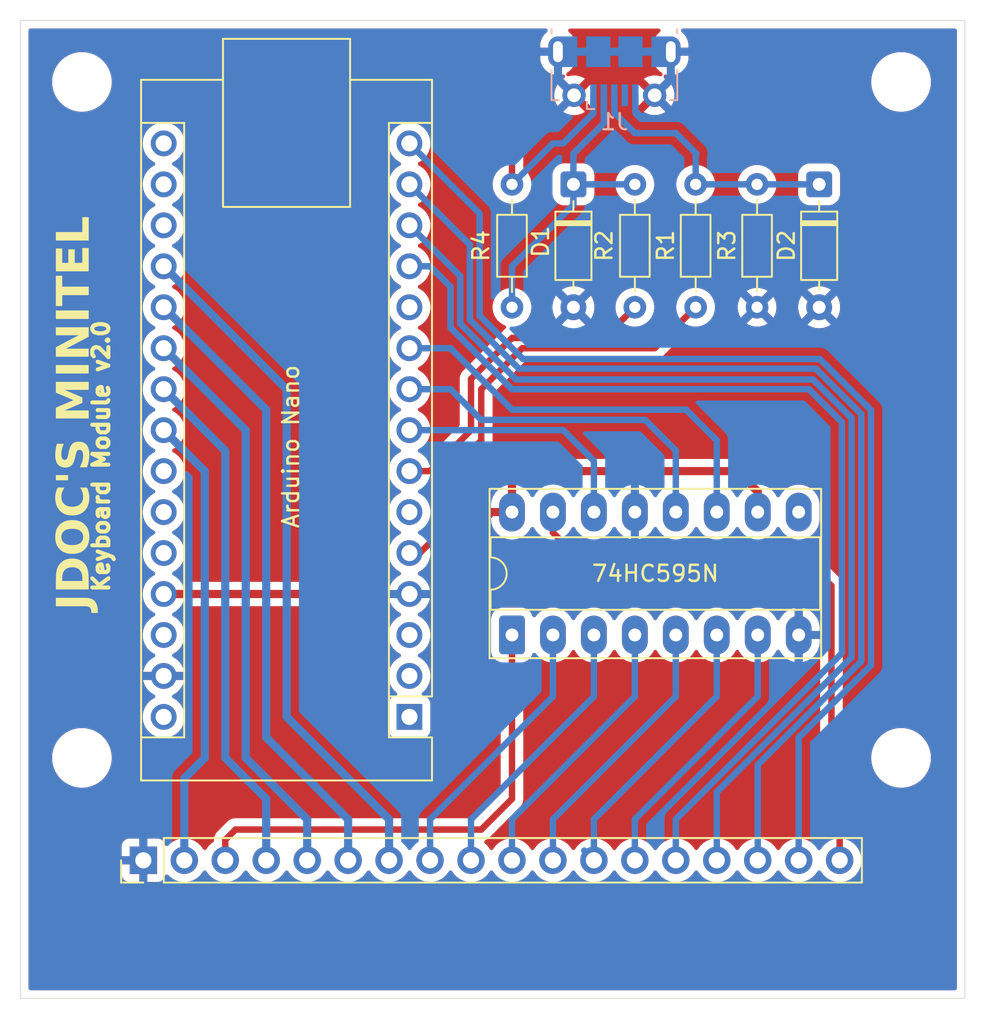
<source format=kicad_pcb>
(kicad_pcb
	(version 20241229)
	(generator "pcbnew")
	(generator_version "9.0")
	(general
		(thickness 1.6)
		(legacy_teardrops no)
	)
	(paper "A4")
	(layers
		(0 "F.Cu" signal)
		(2 "B.Cu" signal)
		(9 "F.Adhes" user "F.Adhesive")
		(11 "B.Adhes" user "B.Adhesive")
		(13 "F.Paste" user)
		(15 "B.Paste" user)
		(5 "F.SilkS" user "F.Silkscreen")
		(7 "B.SilkS" user "B.Silkscreen")
		(1 "F.Mask" user)
		(3 "B.Mask" user)
		(17 "Dwgs.User" user "User.Drawings")
		(19 "Cmts.User" user "User.Comments")
		(21 "Eco1.User" user "User.Eco1")
		(23 "Eco2.User" user "User.Eco2")
		(25 "Edge.Cuts" user)
		(27 "Margin" user)
		(31 "F.CrtYd" user "F.Courtyard")
		(29 "B.CrtYd" user "B.Courtyard")
		(35 "F.Fab" user)
		(33 "B.Fab" user)
		(39 "User.1" user)
		(41 "User.2" user)
		(43 "User.3" user)
		(45 "User.4" user)
	)
	(setup
		(pad_to_mask_clearance 0)
		(allow_soldermask_bridges_in_footprints no)
		(tenting front back)
		(pcbplotparams
			(layerselection 0x00000000_00000000_5555555d_5755557f)
			(plot_on_all_layers_selection 0x00000000_00000000_00000000_00000000)
			(disableapertmacros no)
			(usegerberextensions yes)
			(usegerberattributes yes)
			(usegerberadvancedattributes yes)
			(creategerberjobfile yes)
			(dashed_line_dash_ratio 12.000000)
			(dashed_line_gap_ratio 3.000000)
			(svgprecision 4)
			(plotframeref no)
			(mode 1)
			(useauxorigin no)
			(hpglpennumber 1)
			(hpglpenspeed 20)
			(hpglpendiameter 15.000000)
			(pdf_front_fp_property_popups yes)
			(pdf_back_fp_property_popups yes)
			(pdf_metadata yes)
			(pdf_single_document no)
			(dxfpolygonmode yes)
			(dxfimperialunits yes)
			(dxfusepcbnewfont yes)
			(psnegative no)
			(psa4output no)
			(plot_black_and_white yes)
			(sketchpadsonfab no)
			(plotpadnumbers no)
			(hidednponfab no)
			(sketchdnponfab no)
			(crossoutdnponfab no)
			(subtractmaskfromsilk no)
			(outputformat 1)
			(mirror no)
			(drillshape 0)
			(scaleselection 1)
			(outputdirectory "gerber/")
		)
	)
	(net 0 "")
	(net 1 "Net-(A1-A1)")
	(net 2 "unconnected-(A1-~{RESET}-Pad3)")
	(net 3 "Net-(A1-A0)")
	(net 4 "unconnected-(A1-D13-Pad16)")
	(net 5 "Net-(A1-A2)")
	(net 6 "Net-(A1-D5)")
	(net 7 "unconnected-(A1-D3-Pad6)")
	(net 8 "unconnected-(A1-AREF-Pad18)")
	(net 9 "unconnected-(A1-A6-Pad25)")
	(net 10 "unconnected-(A1-A5-Pad24)")
	(net 11 "GND")
	(net 12 "Net-(A1-D6)")
	(net 13 "unconnected-(A1-A7-Pad26)")
	(net 14 "unconnected-(A1-D1{slash}TX-Pad1)")
	(net 15 "unconnected-(A1-3V3-Pad17)")
	(net 16 "unconnected-(A1-VIN-Pad30)")
	(net 17 "+5V")
	(net 18 "Net-(A1-D12)")
	(net 19 "unconnected-(A1-~{RESET}-Pad28)")
	(net 20 "Net-(A1-D2)")
	(net 21 "Net-(A1-A4)")
	(net 22 "Net-(A1-D10)")
	(net 23 "Net-(A1-A3)")
	(net 24 "unconnected-(A1-D0{slash}RX-Pad2)")
	(net 25 "Net-(A1-D9)")
	(net 26 "Net-(A1-D4)")
	(net 27 "Net-(A1-D7)")
	(net 28 "Net-(A1-D11)")
	(net 29 "Net-(D1-K)")
	(net 30 "Net-(D2-K)")
	(net 31 "unconnected-(J1-ID-Pad4)")
	(net 32 "Net-(J2-Pin_8)")
	(net 33 "Net-(J2-Pin_3)")
	(net 34 "Net-(J2-Pin_12)")
	(net 35 "Net-(J2-Pin_11)")
	(net 36 "Net-(J2-Pin_13)")
	(net 37 "Net-(J2-Pin_10)")
	(net 38 "Net-(J2-Pin_9)")
	(net 39 "Net-(J2-Pin_18)")
	(net 40 "unconnected-(U1-QH&apos;-Pad9)")
	(net 41 "unconnected-(A1-D8-Pad11)")
	(footprint "MountingHole:MountingHole_3.2mm_M3" (layer "F.Cu") (at 161.29 144.78))
	(footprint "MountingHole:MountingHole_3.2mm_M3" (layer "F.Cu") (at 110.49 144.78))
	(footprint "Package_DIP:CERDIP-16_W7.62mm_SideBrazed_LongPads_Socket" (layer "F.Cu") (at 137.16 137.16 90))
	(footprint "Diode_THT:D_DO-35_SOD27_P7.62mm_Horizontal" (layer "F.Cu") (at 140.97 109.22 -90))
	(footprint "Resistor_THT:R_Axial_DIN0204_L3.6mm_D1.6mm_P7.62mm_Horizontal" (layer "F.Cu") (at 144.78 116.84 90))
	(footprint "Connector_PinHeader_2.54mm:PinHeader_1x18_P2.54mm_Vertical" (layer "F.Cu") (at 114.3 151.13 90))
	(footprint "MountingHole:MountingHole_3.2mm_M3" (layer "F.Cu") (at 161.29 102.87))
	(footprint "Module:Arduino_Nano" (layer "F.Cu") (at 130.8 142.24 180))
	(footprint "Resistor_THT:R_Axial_DIN0204_L3.6mm_D1.6mm_P7.62mm_Horizontal" (layer "F.Cu") (at 137.16 116.84 90))
	(footprint "MountingHole:MountingHole_3.2mm_M3" (layer "F.Cu") (at 110.49 102.87))
	(footprint "Resistor_THT:R_Axial_DIN0204_L3.6mm_D1.6mm_P7.62mm_Horizontal" (layer "F.Cu") (at 152.36 116.84 90))
	(footprint "Resistor_THT:R_Axial_DIN0204_L3.6mm_D1.6mm_P7.62mm_Horizontal" (layer "F.Cu") (at 148.55 116.84 90))
	(footprint "Diode_THT:D_DO-35_SOD27_P7.62mm_Horizontal" (layer "F.Cu") (at 156.21 109.22 -90))
	(footprint "Connector_USB:USB_Micro-B_Molex-105017-0001" (layer "B.Cu") (at 143.51 102.235))
	(gr_rect
		(start 106.68 99.06)
		(end 165.25 159.69)
		(stroke
			(width 0.05)
			(type solid)
		)
		(fill no)
		(layer "Edge.Cuts")
		(uuid "1425af89-103a-4c88-9a96-39f97f855f2d")
	)
	(gr_text "Keyboard Module v2.0"
		(at 112.268 134.62 90)
		(layer "F.SilkS")
		(uuid "b5766eab-3329-48e8-87ff-165de47cf2fe")
		(effects
			(font
				(size 1 1)
				(thickness 0.25)
				(bold yes)
			)
			(justify left bottom)
		)
	)
	(gr_text "JDOC'S MINITEL"
		(at 111.252 135.636 90)
		(layer "F.SilkS")
		(uuid "e75cf909-41fd-4dac-bcd1-8b25352250f5")
		(effects
			(font
				(face "DejaVu Sans")
				(size 2 2)
				(thickness 0.4)
				(bold yes)
			)
			(justify left bottom)
		)
		(render_cache "JDOC'S MINITEL" 90
			(polygon
				(pts
					(xy 108.872083 135.379178) (xy 108.872083 134.853201) (xy 110.71514 134.853201) (xy 110.871025 134.862849)
					(xy 111.002556 134.889918) (xy 111.113542 134.932329) (xy 111.20716 134.989057) (xy 111.285813 135.060197)
					(xy 111.349364 135.144239) (xy 111.401063 135.245613) (xy 111.440323 135.367281) (xy 111.465653 135.51287)
					(xy 111.474735 135.686558) (xy 111.474735 135.79317) (xy 111.076131 135.79317) (xy 111.076131 135.711104)
					(xy 111.064799 135.605694) (xy 111.033695 135.525001) (xy 110.98454 135.463198) (xy 110.918475 135.418696)
					(xy 110.830829 135.38983) (xy 110.71514 135.379178)
				)
			)
			(polygon
				(pts
					(xy 110.042717 132.426326) (xy 110.179387 132.449959) (xy 110.302003 132.487831) (xy 110.417599 132.542286)
					(xy 110.523601 132.613007) (xy 110.620984 132.700933) (xy 110.715948 132.816881) (xy 110.790725 132.947408)
					(xy 110.84581 133.094531) (xy 110.8792 133.250525) (xy 110.902886 133.473984) (xy 110.912 133.783051)
					(xy 110.912 134.337727) (xy 108.872083 134.337727) (xy 108.872083 133.783051) (xy 108.876774 133.623194)
					(xy 109.270688 133.623194) (xy 109.270688 133.81175) (xy 110.513395 133.81175) (xy 110.513395 133.623194)
					(xy 110.501917 133.461231) (xy 110.470023 133.328452) (xy 110.420342 133.219644) (xy 110.353782 133.130678)
					(xy 110.26897 133.058909) (xy 110.1661 133.006124) (xy 110.041428 132.972576) (xy 109.889965 132.960563)
					(xy 109.739163 132.972543) (xy 109.615194 133.005983) (xy 109.513044 133.058575) (xy 109.428957 133.130068)
					(xy 109.363087 133.218583) (xy 109.313812 133.327272) (xy 109.282113 133.460367) (xy 109.270688 133.623194)
					(xy 108.876774 133.623194) (xy 108.881266 133.470134) (xy 108.905041 133.245852) (xy 108.938395 133.090989)
					(xy 108.993372 132.945279) (xy 109.068092 132.815923) (xy 109.163099 132.700933) (xy 109.26046 132.612969)
					(xy 109.366266 132.542256) (xy 109.481469 132.487831) (xy 109.603594 132.44991) (xy 109.739115 132.426301)
					(xy 109.889965 132.4181)
				)
			)
			(polygon
				(pts
					(xy 110.092768 130.045923) (xy 110.267 130.081469) (xy 110.419225 130.13804) (xy 110.552583 130.214793)
					(xy 110.669466 130.312116) (xy 110.767952 130.428014) (xy 110.845508 130.560275) (xy 110.902615 130.711272)
					(xy 110.93848 130.884153) (xy 110.951078 131.082702) (xy 110.938503 131.280558) (xy 110.902681 131.453068)
					(xy 110.845602 131.603962) (xy 110.76803 131.736346) (xy 110.669466 131.852556) (xy 110.552544 131.950163)
					(xy 110.419163 132.027119) (xy 110.266938 132.083827) (xy 110.092727 132.119454) (xy 109.892774 132.131969)
					(xy 109.692148 132.119438) (xy 109.5175 132.08378) (xy 109.365038 132.027049) (xy 109.231588 131.950103)
					(xy 109.114739 131.852556) (xy 109.016127 131.736339) (xy 108.938521 131.603952) (xy 108.88142 131.453057)
					(xy 108.845585 131.280551) (xy 108.833004 131.082702) (xy 109.215977 131.082702) (xy 109.227747 131.1994)
					(xy 109.261318 131.298216) (xy 109.315952 131.382858) (xy 109.39342 131.455661) (xy 109.484062 131.510288)
					(xy 109.594733 131.551701) (xy 109.729398 131.5785) (xy 109.892774 131.588163) (xy 110.055327 131.578519)
					(xy 110.189545 131.551749) (xy 110.300065 131.51034) (xy 110.390785 131.455661) (xy 110.468194 131.382866)
					(xy 110.522791 131.298227) (xy 110.556342 131.199408) (xy 110.568106 131.082702) (xy 110.556314 130.965209)
					(xy 110.522718 130.865918) (xy 110.468113 130.781068) (xy 110.390785 130.708278) (xy 110.300065 130.653599)
					(xy 110.189545 130.61219) (xy 110.055327 130.58542) (xy 109.892774 130.575776) (xy 109.729398 130.585439)
					(xy 109.594733 130.612238) (xy 109.484062 130.653651) (xy 109.39342 130.708278) (xy 109.316032 130.781076)
					(xy 109.261391 130.865929) (xy 109.227775 130.965217) (xy 109.215977 131.082702) (xy 108.833004 131.082702)
					(xy 108.845608 130.88416) (xy 108.881486 130.711282) (xy 108.938615 130.560286) (xy 109.016205 130.428021)
					(xy 109.114739 130.312116) (xy 109.231548 130.214852) (xy 109.364976 130.138109) (xy 109.517438 130.081516)
					(xy 109.692107 130.045939) (xy 109.892774 130.033435)
				)
			)
			(polygon
				(pts
					(xy 110.798671 128.016966) (xy 110.864954 128.165053) (xy 110.91261 128.318972) (xy 110.941335 128.478364)
					(xy 110.951078 128.646746) (xy 110.938375 128.852481) (xy 110.902129 129.032756) (xy 110.844314 129.191215)
					(xy 110.765748 129.330918) (xy 110.666047 129.454213) (xy 110.546678 129.559376) (xy 110.412191 129.641517)
					(xy 110.260441 129.701536) (xy 110.088496 129.738979) (xy 109.892774 129.752067) (xy 109.696385 129.738962)
					(xy 109.524003 129.701486) (xy 109.372014 129.641444) (xy 109.237454 129.559312) (xy 109.118158 129.454213)
					(xy 109.01841 129.330911) (xy 108.939809 129.191205) (xy 108.881972 129.032746) (xy 108.845713 128.852474)
					(xy 108.833004 128.646746) (xy 108.842748 128.478364) (xy 108.871473 128.318972) (xy 108.919128 128.165053)
					(xy 108.985412 128.016966) (xy 109.411371 128.016966) (xy 109.322147 128.165265) (xy 109.263116 128.305295)
					(xy 109.2279 128.450205) (xy 109.215977 128.60437) (xy 109.228178 128.74274) (xy 109.262828 128.8602)
					(xy 109.318551 128.960706) (xy 109.396106 129.04706) (xy 109.490026 129.114921) (xy 109.601659 129.16508)
					(xy 109.734456 129.19692) (xy 109.892774 129.20826) (xy 110.050287 129.19694) (xy 110.182611 129.165132)
					(xy 110.294043 129.114978) (xy 110.387976 129.04706) (xy 110.465531 128.960706) (xy 110.521255 128.8602)
					(xy 110.555905 128.74274) (xy 110.568106 128.60437) (xy 110.556183 128.450205) (xy 110.520967 128.305295)
					(xy 110.461935 128.165265) (xy 110.372711 128.016966)
				)
			)
			(polygon
				(pts
					(xy 108.872083 127.247601) (xy 109.630213 127.247601) (xy 109.630213 127.571345) (xy 108.872083 127.571345)
				)
			)
			(polygon
				(pts
					(xy 108.934609 125.305626) (xy 109.364477 125.305626) (xy 109.299129 125.473917) (xy 109.253468 125.633522)
					(xy 109.225009 125.791694) (xy 109.215977 125.935406) (xy 109.223014 126.061329) (xy 109.241304 126.151462)
					(xy 109.267512 126.21421) (xy 109.308253 126.264389) (xy 109.360287 126.29394) (xy 109.427369 126.304335)
					(xy 109.478547 126.297298) (xy 109.520008 126.277198) (xy 109.554131 126.243519) (xy 109.592368 126.168803)
					(xy 109.632045 126.022845) (xy 109.677108 125.798875) (xy 109.720845 125.624459) (xy 109.771156 125.490374)
					(xy 109.82631 125.389379) (xy 109.885325 125.315274) (xy 109.959263 125.254603) (xy 110.047964 125.210064)
					(xy 110.154418 125.181848) (xy 110.282586 125.171781) (xy 110.450542 125.185978) (xy 110.586533 125.225431)
					(xy 110.69687 125.2874) (xy 110.786092 125.371938) (xy 110.853044 125.474755) (xy 110.904625 125.606328)
					(xy 110.938618 125.773214) (xy 110.951078 125.983278) (xy 110.941852 126.177091) (xy 110.913953 126.372723)
					(xy 110.868323 126.566892) (xy 110.804166 126.76339) (xy 110.35708 126.76339) (xy 110.450508 126.567514)
					(xy 110.514983 126.385668) (xy 110.5552 126.203986) (xy 110.568106 126.033836) (xy 110.560577 125.919813)
					(xy 110.540483 125.833948) (xy 110.510586 125.770176) (xy 110.466087 125.718808) (xy 110.412272 125.68892)
					(xy 110.345967 125.678585) (xy 110.284779 125.686015) (xy 110.236409 125.706841) (xy 110.197833 125.740745)
					(xy 110.153696 125.820326) (xy 110.104533 125.988773) (xy 110.05947 126.19235) (xy 110.017899 126.347278)
					(xy 109.968416 126.470133) (xy 109.912459 126.566163) (xy 109.850764 126.639803) (xy 109.775163 126.700191)
					(xy 109.687316 126.744022) (xy 109.584852 126.771433) (xy 109.464616 126.781097) (xy 109.315077 126.767634)
					(xy 109.190214 126.729634) (xy 109.085222 126.668825) (xy 108.996769 126.58436) (xy 108.929071 126.482821)
					(xy 108.87797 126.358076) (xy 108.844932 126.205347) (xy 108.833004 126.018815) (xy 108.839253 125.849787)
					(xy 108.858406 125.673212) (xy 108.889714 125.494612)
				)
			)
			(polygon
				(pts
					(xy 108.872083 123.735633) (xy 108.872083 123.066163) (xy 109.964704 122.601614) (xy 108.872083 122.134377)
					(xy 108.872083 121.466251) (xy 110.912 121.466251) (xy 110.912 121.963651) (xy 109.420408 121.963651)
					(xy 110.521211 122.433575) (xy 110.521211 122.766966) (xy 109.420408 123.236889) (xy 110.912 123.236889)
					(xy 110.912 123.735633)
				)
			)
			(polygon
				(pts
					(xy 108.872083 120.949311) (xy 108.872083 120.423334) (xy 110.912 120.423334) (xy 110.912 120.949311)
				)
			)
			(polygon
				(pts
					(xy 108.872083 119.907859) (xy 108.872083 119.320333) (xy 110.271228 118.578445) (xy 108.872083 118.578445)
					(xy 108.872083 118.079824) (xy 110.912 118.079824) (xy 110.912 118.667228) (xy 109.512854 119.409115)
					(xy 110.912 119.409115) (xy 110.912 119.907859)
				)
			)
			(polygon
				(pts
					(xy 108.872083 117.565082) (xy 108.872083 117.039105) (xy 110.912 117.039105) (xy 110.912 117.565082)
				)
			)
			(polygon
				(pts
					(xy 108.872083 116.766774) (xy 108.872083 114.886837) (xy 109.270688 114.886837) (xy 109.270688 115.563145)
					(xy 110.912 115.563145) (xy 110.912 116.089122) (xy 109.270688 116.089122) (xy 109.270688 116.766774)
				)
			)
			(polygon
				(pts
					(xy 108.872083 114.614628) (xy 108.872083 113.195089) (xy 109.270688 113.195089) (xy 109.270688 114.088651)
					(xy 109.645845 114.088651) (xy 109.645845 113.248334) (xy 110.044449 113.248334) (xy 110.044449 114.088651)
					(xy 110.513395 114.088651) (xy 110.513395 113.165047) (xy 110.912 113.165047) (xy 110.912 114.614628)
				)
			)
			(polygon
				(pts
					(xy 108.872083 112.703672) (xy 108.872083 112.177695) (xy 110.513395 112.177695) (xy 110.513395 111.254091)
					(xy 110.912 111.254091) (xy 110.912 112.703672)
				)
			)
		)
	)
	(segment
		(start 127 148.59)
		(end 121.92 143.51)
		(width 0.508)
		(layer "B.Cu")
		(net 1)
		(uuid "a465cea1-6620-46df-8a19-1cfca31b5aec")
	)
	(segment
		(start 127 151.13)
		(end 127 148.59)
		(width 0.508)
		(layer "B.Cu")
		(net 1)
		(uuid "bf321590-782d-4fa1-8441-f5aadc65f6f8")
	)
	(segment
		(start 121.92 143.51)
		(end 121.92 123.2)
		(width 0.508)
		(layer "B.Cu")
		(net 1)
		(uuid "d9ffbd95-343f-4378-ac38-9e34fa8c21c7")
	)
	(segment
		(start 121.92 123.2)
		(end 115.56 116.84)
		(width 0.508)
		(layer "B.Cu")
		(net 1)
		(uuid "dc295818-8fc9-42e2-b302-0482b1a7f24d")
	)
	(segment
		(start 129.54 148.59)
		(end 123.19 142.24)
		(width 0.508)
		(layer "B.Cu")
		(net 3)
		(uuid "064b5cdd-46c5-4d2a-8d17-2671269c0199")
	)
	(segment
		(start 129.54 151.13)
		(end 129.54 148.59)
		(width 0.508)
		(layer "B.Cu")
		(net 3)
		(uuid "785670af-635d-4c9d-938e-c439085968bd")
	)
	(segment
		(start 123.19 142.24)
		(end 123.19 121.93)
		(width 0.508)
		(layer "B.Cu")
		(net 3)
		(uuid "93e8b631-8a21-44d9-a8e3-78aaf97e0028")
	)
	(segment
		(start 123.19 121.93)
		(end 115.56 114.3)
		(width 0.508)
		(layer "B.Cu")
		(net 3)
		(uuid "9cc5d042-f668-4878-8d9e-469efaaebe33")
	)
	(segment
		(start 124.46 148.59)
		(end 120.65 144.78)
		(width 0.508)
		(layer "B.Cu")
		(net 5)
		(uuid "8112db68-a9b7-41ff-af17-215b4b9038e8")
	)
	(segment
		(start 120.65 144.78)
		(end 120.65 124.47)
		(width 0.508)
		(layer "B.Cu")
		(net 5)
		(uuid "8742f42a-4128-4327-8b1e-835f3365129c")
	)
	(segment
		(start 120.65 124.47)
		(end 115.56 119.38)
		(width 0.508)
		(layer "B.Cu")
		(net 5)
		(uuid "a415693b-4d69-465a-a0df-1b5fcc50c8d7")
	)
	(segment
		(start 124.46 151.13)
		(end 124.46 148.59)
		(width 0.508)
		(layer "B.Cu")
		(net 5)
		(uuid "aee91302-62fc-4458-ae25-8849cce9bd9e")
	)
	(segment
		(start 130.8 124.46)
		(end 140.335 124.46)
		(width 0.4)
		(layer "B.Cu")
		(net 6)
		(uuid "318c3fe4-5111-4e9d-a4d3-67152eebe8b0")
	)
	(segment
		(start 142.24 126.365)
		(end 142.24 129.54)
		(width 0.4)
		(layer "B.Cu")
		(net 6)
		(uuid "3ea5d2d5-0569-477d-999e-56d4caa84507")
	)
	(segment
		(start 140.335 124.46)
		(end 142.24 126.365)
		(width 0.4)
		(layer "B.Cu")
		(net 6)
		(uuid "a8f94e72-0e06-4d40-a547-9a05b07403f3")
	)
	(segment
		(start 147.32 105.0075)
		(end 146.01 103.6975)
		(width 0.4)
		(layer "B.Cu")
		(net 11)
		(uuid "091e842f-ec74-4206-ad0c-d08d87bb1fba")
	)
	(segment
		(start 145.288 105.156)
		(end 147.32 105.156)
		(width 0.4)
		(layer "B.Cu")
		(net 11)
		(uuid "52cd8d91-2b0a-495a-ada2-bb19e35860a8")
	)
	(segment
		(start 147.32 105.156)
		(end 147.32 105.0075)
		(width 0.4)
		(layer "B.Cu")
		(net 11)
		(uuid "53e1b616-d186-4a65-bcd0-17468e63f4f1")
	)
	(segment
		(start 144.81 104.678)
		(end 145.288 105.156)
		(width 0.4)
		(layer "B.Cu")
		(net 11)
		(uuid "be02d877-275b-406c-a6d5-7de6e18e440b")
	)
	(segment
		(start 144.81 103.6975)
		(end 144.81 104.678)
		(width 0.4)
		(layer "B.Cu")
		(net 11)
		(uuid "fab2b2a7-ee16-4d96-b3aa-99ffffef1d52")
	)
	(segment
		(start 135.255 123.825)
		(end 145.415 123.825)
		(width 0.4)
		(layer "B.Cu")
		(net 12)
		(uuid "08aad9ad-ad61-455a-8d44-b490426ed3dc")
	)
	(segment
		(start 145.415 123.825)
		(end 147.32 125.73)
		(width 0.4)
		(layer "B.Cu")
		(net 12)
		(uuid "31feedd2-dc44-4acb-ba04-fc1423498696")
	)
	(segment
		(start 130.8 121.92)
		(end 133.35 121.92)
		(width 0.4)
		(layer "B.Cu")
		(net 12)
		(uuid "4ffd7f6d-8c36-49f1-84e4-43380ea281e4")
	)
	(segment
		(start 133.35 121.92)
		(end 135.255 123.825)
		(width 0.4)
		(layer "B.Cu")
		(net 12)
		(uuid "8594dbfe-c3bb-4636-86c4-1f734d49a01a")
	)
	(segment
		(start 147.32 125.73)
		(end 147.32 129.54)
		(width 0.4)
		(layer "B.Cu")
		(net 12)
		(uuid "c35b73e8-8a1e-4c50-997e-ed58ab8d35e3")
	)
	(segment
		(start 129.54 104.14)
		(end 132.08 104.14)
		(width 0.508)
		(layer "F.Cu")
		(net 17)
		(uuid "27324264-ff74-4a64-9f12-02ae46032cfc")
	)
	(segment
		(start 128.27 137.922)
		(end 128.27 139.7)
		(width 0.508)
		(layer "F.Cu")
		(net 17)
		(uuid "31c9ecc7-7b62-4eac-b6bf-d1f2158fa543")
	)
	(segment
		(start 152.4 128.27)
		(end 152.4 129.54)
		(width 0.508)
		(layer "F.Cu")
		(net 17)
		(uuid "35b61c06-6fcb-4428-8f1c-6280f115c7c9")
	)
	(segment
		(start 129.54 144.78)
		(end 132.715 144.78)
		(width 0.508)
		(layer "F.Cu")
		(net 17)
		(uuid "5987738d-24be-4696-983e-545063e105c2")
	)
	(segment
		(start 137.16 127.635)
		(end 137.795 127)
		(width 0.508)
		(layer "F.Cu")
		(net 17)
		(uuid "5e8fd8c9-1047-42c8-8ead-d80ca75cb6ea")
	)
	(segment
		(start 137.795 127)
		(end 151.13 127)
		(width 0.508)
		(layer "F.Cu")
		(net 17)
		(uuid "627d9094-1ab1-459a-912f-14ee9460be6b")
	)
	(segment
		(start 115.56 134.62)
		(end 123.19 134.62)
		(width 0.508)
		(layer "F.Cu")
		(net 17)
		(uuid "6d4a5743-9fee-4b97-a1a7-b28ecdccc064")
	)
	(segment
		(start 124.968 134.62)
		(end 128.27 131.318)
		(width 0.508)
		(layer "F.Cu")
		(net 17)
		(uuid "7e6de802-59f6-4988-a0f8-5c5ec3601327")
	)
	(segment
		(start 136.144 104.14)
		(end 132.08 104.14)
		(width 0.4)
		(layer "F.Cu")
		(net 17)
		(uuid "7ec49288-b2af-4c61-ab19-2bee47990680")
	)
	(segment
		(start 128.27 105.41)
		(end 129.54 104.14)
		(width 0.508)
		(layer "F.Cu")
		(net 17)
		(uuid "7f350417-9caf-4181-babe-eec15bb5c35a")
	)
	(segment
		(start 135.89 129.54)
		(end 137.16 129.54)
		(width 0.508)
		(layer "F.Cu")
		(net 17)
		(uuid "81297fd9-43d6-43bc-9c47-7a7e87399b84")
	)
	(segment
		(start 124.968 134.62)
		(end 128.27 137.922)
		(width 0.508)
		(layer "F.Cu")
		(net 17)
		(uuid "a535872b-ba7f-4cbe-908b-bd486ca98eca")
	)
	(segment
		(start 123.19 134.62)
		(end 124.968 134.62)
		(width 0.508)
		(layer "F.Cu")
		(net 17)
		(uuid "c3aaeb7c-b7b8-4c07-abc4-22f7de836bd4")
	)
	(segment
		(start 128.27 131.318)
		(end 128.27 105.41)
		(width 0.508)
		(layer "F.Cu")
		(net 17)
		(uuid "cccbd4bd-c3e3-488d-ba1d-3dd9bfbb515e")
	)
	(segment
		(start 134.62 142.875)
		(end 134.62 130.81)
		(width 0.508)
		(layer "F.Cu")
		(net 17)
		(uuid "d6549090-e7de-4b05-b0f3-3572fe7cddcc")
	)
	(segment
		(start 137.16 109.22)
		(end 137.16 105.156)
		(width 0.4)
		(layer "F.Cu")
		(net 17)
		(uuid "d816637f-0d7d-4b9f-b7dc-5391e9e9257e")
	)
	(segment
		(start 132.715 144.78)
		(end 134.62 142.875)
		(width 0.508)
		(layer "F.Cu")
		(net 17)
		(uuid "de675042-0bc7-4e79-9906-202127e6c8e3")
	)
	(segment
		(start 137.16 129.54)
		(end 137.16 127.635)
		(width 0.508)
		(layer "F.Cu")
		(net 17)
		(uuid "e53d1666-1357-4f21-b73a-e9f48b0cdcbb")
	)
	(segment
		(start 134.62 130.81)
		(end 135.89 129.54)
		(width 0.508)
		(layer "F.Cu")
		(net 17)
		(uuid "eb042d3f-4e07-4220-94cb-b8980132cec8")
	)
	(segment
		(start 128.27 139.7)
		(end 128.27 143.51)
		(width 0.508)
		(layer "F.Cu")
		(net 17)
		(uuid "edbed38c-3c07-4bfa-b6a0-75038c6439a1")
	)
	(segment
		(start 137.16 105.156)
		(end 136.144 104.14)
		(width 0.4)
		(layer "F.Cu")
		(net 17)
		(uuid "f3a92dde-6368-430d-9ce6-7be0b2121c49")
	)
	(segment
		(start 128.27 143.51)
		(end 129.54 144.78)
		(width 0.508)
		(layer "F.Cu")
		(net 17)
		(uuid "fa6c59b3-1393-4b15-a259-95eb7963d486")
	)
	(segment
		(start 151.13 127)
		(end 152.4 128.27)
		(width 0.508)
		(layer "F.Cu")
		(net 17)
		(uuid "fcc983df-252e-4062-82a3-b876e7494345")
	)
	(segment
		(start 140.335 106.68)
		(end 139.7 106.68)
		(width 0.4)
		(layer "B.Cu")
		(net 17)
		(uuid "0d24b731-d184-49ea-88c2-0d376936dd3b")
	)
	(segment
		(start 139.7 106.68)
		(end 137.16 109.22)
		(width 0.4)
		(layer "B.Cu")
		(net 17)
		(uuid "33f0a098-730b-4e8c-b94c-a47ab2dec03c")
	)
	(segment
		(start 142.21 104.805)
		(end 140.335 106.68)
		(width 0.4)
		(layer "B.Cu")
		(net 17)
		(uuid "3cd0f7c4-3547-4259-9f6b-7637ac652963")
	)
	(segment
		(start 142.21 103.6975)
		(end 142.21 104.805)
		(width 0.4)
		(layer "B.Cu")
		(net 17)
		(uuid "c0fed761-43a8-4ff3-8716-e05bbe77449e")
	)
	(segment
		(start 159.424471 123.219645)
		(end 156.253826 120.049)
		(width 0.4)
		(layer "B.Cu")
		(net 18)
		(uuid "18d88a56-9a43-46c5-9e2f-de3c785b1faa")
	)
	(segment
		(start 137.838826 120.049)
		(end 135.153 117.363174)
		(width 0.4)
		(layer "B.Cu")
		(net 18)
		(uuid "30e6fdca-ecd2-4c67-994e-58e492d6f099")
	)
	(segment
		(start 135.153 117.363174)
		(end 135.153 111.033)
		(width 0.4)
		(layer "B.Cu")
		(net 18)
		(uuid "350e00de-0b92-4e08-8f13-21ab21a464ee")
	)
	(segment
		(start 154.94 151.13)
		(end 154.94 143.519826)
		(width 0.4)
		(layer "B.Cu")
		(net 18)
		(uuid "3c2f3b82-f4ec-4cae-a62b-1a90fb17313c")
	)
	(segment
		(start 135.153 111.033)
		(end 130.8 106.68)
		(width 0.4)
		(layer "B.Cu")
		(net 18)
		(uuid "4ba26717-2693-453b-800d-ec9aede85042")
	)
	(segment
		(start 159.424471 139.035355)
		(end 159.424471 123.219645)
		(width 0.4)
		(layer "B.Cu")
		(net 18)
		(uuid "5e1c5c71-377f-4082-ab6e-3139d14a489f")
	)
	(segment
		(start 154.94 143.519826)
		(end 159.424471 139.035355)
		(width 0.4)
		(layer "B.Cu")
		(net 18)
		(uuid "9cd6ede0-5413-4a40-9336-4aba1d1a60f2")
	)
	(segment
		(start 156.253826 120.049)
		(end 137.838826 120.049)
		(width 0.4)
		(layer "B.Cu")
		(net 18)
		(uuid "d3c592e7-5341-4c8b-878c-5fac674ac67d")
	)
	(segment
		(start 137.795 119.38)
		(end 146.01 119.38)
		(width 0.4)
		(layer "F.Cu")
		(net 20)
		(uuid "28913951-09c8-4a49-90b3-4d1cb628158c")
	)
	(segment
		(start 130.8 132.08)
		(end 131.445 132.08)
		(width 0.4)
		(layer "F.Cu")
		(net 20)
		(uuid "3b48ac61-2a17-4100-a419-44d79adc3c28")
	)
	(segment
		(start 146.01 119.38)
		(end 148.55 116.84)
		(width 0.4)
		(layer "F.Cu")
		(net 20)
		(uuid "51920d67-d389-4a5a-8c3f-3dfc0ec38af7")
	)
	(segment
		(start 132.715 127.635)
		(end 135.255 125.095)
		(width 0.4)
		(layer "F.Cu")
		(net 20)
		(uuid "55ec73aa-c542-4b2c-8ceb-6d9a4180fb25")
	)
	(segment
		(start 132.715 130.81)
		(end 132.715 127.635)
		(width 0.4)
		(layer "F.Cu")
		(net 20)
		(uuid "605c5153-0e9d-4e67-95b2-a0079ec4e519")
	)
	(segment
		(start 135.255 125.095)
		(end 135.255 121.92)
		(width 0.4)
		(layer "F.Cu")
		(net 20)
		(uuid "88d80a13-5dcd-4394-9413-4d686907cb3a")
	)
	(segment
		(start 131.445 132.08)
		(end 132.715 130.81)
		(width 0.4)
		(layer "F.Cu")
		(net 20)
		(uuid "93cf5aa0-af72-4499-9a10-30cd34d2d615")
	)
	(segment
		(start 135.255 121.92)
		(end 137.795 119.38)
		(width 0.4)
		(layer "F.Cu")
		(net 20)
		(uuid "de80bc0a-06f8-492e-ae4a-c29594a1eedf")
	)
	(segment
		(start 116.84 146.05)
		(end 118.11 144.78)
		(width 0.508)
		(layer "B.Cu")
		(net 21)
		(uuid "05f50351-74b9-4fdb-8139-4730cb5057f9")
	)
	(segment
		(start 118.11 127.01)
		(end 115.56 124.46)
		(width 0.508)
		(layer "B.Cu")
		(net 21)
		(uuid "4f151bf8-c8c6-49a6-8554-48257de95bdb")
	)
	(segment
		(start 116.84 151.13)
		(end 116.84 146.05)
		(width 0.508)
		(layer "B.Cu")
		(net 21)
		(uuid "59e3be5a-dce2-49a8-af88-dcefcd3560f3")
	)
	(segment
		(start 118.11 144.78)
		(end 118.11 127.01)
		(width 0.508)
		(layer "B.Cu")
		(net 21)
		(uuid "8256b2ef-06aa-4efa-9c31-7e74e7f68171")
	)
	(segment
		(start 158.222471 123.717529)
		(end 155.823942 121.319)
		(width 0.4)
		(layer "B.Cu")
		(net 22)
		(uuid "1381db41-2dbb-4943-83ab-09e5e0c9a465")
	)
	(segment
		(start 137.408942 121.319)
		(end 133.951 117.861058)
		(width 0.4)
		(layer "B.Cu")
		(net 22)
		(uuid "4348364d-3106-49c4-9bc0-6591c17659f5")
	)
	(segment
		(start 133.951 114.911)
		(end 130.8 111.76)
		(width 0.4)
		(layer "B.Cu")
		(net 22)
		(uuid "6571093c-974c-44c6-b88c-7b5b21b93b95")
	)
	(segment
		(start 158.222471 138.537471)
		(end 158.222471 123.717529)
		(width 0.4)
		(layer "B.Cu")
		(net 22)
		(uuid "8d31e5b5-0aa5-4490-aed0-159d9c962d07")
	)
	(segment
		(start 149.86 146.899942)
		(end 158.222471 138.537471)
		(width 0.4)
		(layer "B.Cu")
		(net 22)
		(uuid "9d855130-bfa8-4029-bc95-063a5aa8cf38")
	)
	(segment
		(start 149.86 151.13)
		(end 149.86 146.899942)
		(width 0.4)
		(layer "B.Cu")
		(net 22)
		(uuid "d3f4fc95-224f-4bf2-9ccd-dd4e6667ed4f")
	)
	(segment
		(start 155.823942 121.319)
		(end 137.408942 121.319)
		(width 0.4)
		(layer "B.Cu")
		(net 22)
		(uuid "d401fe63-33f0-47ec-9e07-9808d399a8c2")
	)
	(segment
		(start 133.951 117.861058)
		(end 133.951 114.911)
		(width 0.4)
		(layer "B.Cu")
		(net 22)
		(uuid "d86f5c53-6081-4f12-8700-6889705b8ac1")
	)
	(segment
		(start 119.38 125.74)
		(end 115.56 121.92)
		(width 0.508)
		(layer "B.Cu")
		(net 23)
		(uuid "1cf6a78f-2101-42d0-9fa7-172eb3a361f9")
	)
	(segment
		(start 121.92 147.32)
		(end 119.38 144.78)
		(width 0.508)
		(layer "B.Cu")
		(net 23)
		(uuid "31c79021-c50a-496f-ae0c-550b8e196e90")
	)
	(segment
		(start 119.38 144.78)
		(end 119.38 125.74)
		(width 0.508)
		(layer "B.Cu")
		(net 23)
		(uuid "32f6d43f-3e10-4d52-8fe9-113b0acf0bd1")
	)
	(segment
		(start 121.92 151.13)
		(end 121.92 147.32)
		(width 0.508)
		(layer "B.Cu")
		(net 23)
		(uuid "eacd9fce-6944-460e-bff0-88b65a0e0e87")
	)
	(segment
		(start 157.48 138.43)
		(end 157.621471 138.288529)
		(width 0.4)
		(layer "B.Cu")
		(net 25)
		(uuid "19a3005b-c494-47ff-9ac4-33271c99c4f0")
	)
	(segment
		(start 133.35 118.11)
		(end 133.35 115.57)
		(width 0.4)
		(layer "B.Cu")
		(net 25)
		(uuid "224a7013-60d3-4454-b1d2-9cc21610e8d8")
	)
	(segment
		(start 132.08 114.3)
		(end 130.8 114.3)
		(width 0.4)
		(layer "B.Cu")
		(net 25)
		(uuid "2fab4aae-0b22-4da8-9bbf-cbc85d7502f2")
	)
	(segment
		(start 147.32 151.13)
		(end 147.32 148.59)
		(width 0.4)
		(layer "B.Cu")
		(net 25)
		(uuid "418c220a-a979-4ff1-acdf-ad52f9fa39d6")
	)
	(segment
		(start 157.621471 138.288529)
		(end 157.621471 123.966471)
		(width 0.4)
		(layer "B.Cu")
		(net 25)
		(uuid "4bba6b30-8de9-4aac-8df2-bd72049c347b")
	)
	(segment
		(start 147.32 148.59)
		(end 157.48 138.43)
		(width 0.4)
		(layer "B.Cu")
		(net 25)
		(uuid "576c6914-46ff-4b5a-b578-199972bd712c")
	)
	(segment
		(start 133.35 115.57)
		(end 132.08 114.3)
		(width 0.4)
		(layer "B.Cu")
		(net 25)
		(uuid "6300ae0d-b677-495f-8813-098b44f17719")
	)
	(segment
		(start 157.48 123.825)
		(end 155.575 121.92)
		(width 0.4)
		(layer "B.Cu")
		(net 25)
		(uuid "7e4ff637-bdd3-4623-b5a5-43bbbc21b362")
	)
	(segment
		(start 155.575 121.92)
		(end 137.16 121.92)
		(width 0.4)
		(layer "B.Cu")
		(net 25)
		(uuid "898adefd-e7ea-4e82-8dba-1cd6551cd8fc")
	)
	(segment
		(start 137.16 121.92)
		(end 133.35 118.11)
		(width 0.4)
		(layer "B.Cu")
		(net 25)
		(uuid "986fd33d-a5d2-4995-b216-2d4bbdd5bcad")
	)
	(segment
		(start 137.16 118.745)
		(end 142.875 118.745)
		(width 0.4)
		(layer "F.Cu")
		(net 26)
		(uuid "2e32060b-7ac9-4b72-9d73-c8565666dda5")
	)
	(segment
		(start 134.62 121.285)
		(end 137.16 118.745)
		(width 0.4)
		(layer "F.Cu")
		(net 26)
		(uuid "6389a75c-cfe3-467c-aee2-c7e409633277")
	)
	(segment
		(start 132.08 127)
		(end 134.62 124.46)
		(width 0.4)
		(layer "F.Cu")
		(net 26)
		(uuid "77049807-b611-4c5d-abb8-fe4a243158de")
	)
	(segment
		(start 134.62 124.46)
		(end 134.62 121.285)
		(width 0.4)
		(layer "F.Cu")
		(net 26)
		(uuid "909efdbd-822f-49a1-8fa6-b4e74df0a4ff")
	)
	(segment
		(start 130.8 127)
		(end 132.08 127)
		(width 0.4)
		(layer "F.Cu")
		(net 26)
		(uuid "ac8e2d7d-b5f0-4145-a323-8d813d0a570c")
	)
	(segment
		(start 142.875 118.745)
		(end 144.78 116.84)
		(width 0.4)
		(layer "F.Cu")
		(net 26)
		(uuid "d0a0f5e0-7321-4a88-a067-1f5be095057e")
	)
	(segment
		(start 147.955 123.19)
		(end 149.86 125.095)
		(width 0.4)
		(layer "B.Cu")
		(net 27)
		(uuid "019938d9-486f-4224-9a7c-a0a00a879a67")
	)
	(segment
		(start 149.86 125.095)
		(end 149.86 129.54)
		(width 0.4)
		(layer "B.Cu")
		(net 27)
		(uuid "1a818f36-fb15-4afb-a41c-9f0c1401a716")
	)
	(segment
		(start 130.8 119.38)
		(end 133.35 119.38)
		(width 0.4)
		(layer "B.Cu")
		(net 27)
		(uuid "6f932173-f98f-4767-8479-f73177bb4f82")
	)
	(segment
		(start 133.35 119.38)
		(end 137.16 123.19)
		(width 0.4)
		(layer "B.Cu")
		(net 27)
		(uuid "839c3136-e9b1-4e28-aa18-73e459d58c11")
	)
	(segment
		(start 137.16 123.19)
		(end 147.955 123.19)
		(width 0.4)
		(layer "B.Cu")
		(net 27)
		(uuid "f60ca3c8-bb0c-4173-90ec-a7d999acc235")
	)
	(segment
		(start 137.589884 120.65)
		(end 134.552 117.612116)
		(width 0.4)
		(layer "B.Cu")
		(net 28)
		(uuid "04a6a58c-74d7-42fc-912a-015b130a7681")
	)
	(segment
		(start 156.004884 120.65)
		(end 137.589884 120.65)
		(width 0.4)
		(layer "B.Cu")
		(net 28)
		(uuid "4e596f3a-3b58-445c-b71c-1e3fa2816793")
	)
	(segment
		(start 134.552 112.972)
		(end 130.8 109.22)
		(width 0.4)
		(layer "B.Cu")
		(net 28)
		(uuid "5548a9a0-ab5a-4719-831a-21f0a348f2fa")
	)
	(segment
		(start 152.4 145.209884)
		(end 158.823471 138.786413)
		(width 0.4)
		(layer "B.Cu")
		(net 28)
		(uuid "6c63b0b2-56f4-4ef9-8459-cfb6a0fd67d0")
	)
	(segment
		(start 152.4 151.13)
		(end 152.4 145.209884)
		(width 0.4)
		(layer "B.Cu")
		(net 28)
		(uuid "6fa98e92-e440-4416-9a14-3ef5ac05338a")
	)
	(segment
		(start 134.552 117.612116)
		(end 134.552 112.972)
		(width 0.4)
		(layer "B.Cu")
		(net 28)
		(uuid "a9ad5bc5-d1d0-4eba-b424-42057c8f07d0")
	)
	(segment
		(start 158.823471 123.468587)
		(end 156.004884 120.65)
		(width 0.4)
		(layer "B.Cu")
		(net 28)
		(uuid "aa0f806b-9970-49ea-881e-beb918ddcc9c")
	)
	(segment
		(start 158.823471 138.786413)
		(end 158.823471 123.468587)
		(width 0.4)
		(layer "B.Cu")
		(net 28)
		(uuid "bf0e7b73-d0be-4fb7-81af-823d6c3bb30c")
	)
	(segment
		(start 140.97 107.315)
		(end 140.97 109.22)
		(width 0.4)
		(layer "B.Cu")
		(net 29)
		(uuid "4497dd5f-fd72-4082-8626-ee3e0fc53eec")
	)
	(segment
		(start 142.86 103.6975)
		(end 142.86 105.425)
		(width 0.4)
		(layer "B.Cu")
		(net 29)
		(uuid "6772d48b-f992-4492-826c-c7b1af6d6b83")
	)
	(segment
		(start 142.86 105.425)
		(end 140.97 107.315)
		(width 0.4)
		(layer "B.Cu")
		(net 29)
		(uuid "8dc6d65b-52a6-4565-9338-c3a49d4085bd")
	)
	(segment
		(start 140.97 109.22)
		(end 144.78 109.22)
		(width 0.4)
		(layer "B.Cu")
		(net 29)
		(uuid "a8d68f34-44b7-4b0b-832e-36cb3d029132")
	)
	(segment
		(start 140.97 110.49)
		(end 137.16 114.3)
		(width 0.4)
		(layer "B.Cu")
		(net 29)
		(uuid "cae55fa2-af07-4540-821c-045173b6c85d")
	)
	(segment
		(start 137.16 114.3)
		(end 137.16 116.84)
		(width 0.4)
		(layer "B.Cu")
		(net 29)
		(uuid "f84cc061-6729-4a77-bb57-8b6ab6f0478e")
	)
	(segment
		(start 140.97 109.22)
		(end 140.97 110.49)
		(width 0.4)
		(layer "B.Cu")
		(net 29)
		(uuid "fb4db42e-4854-446f-811e-1d9ce60a0409")
	)
	(segment
		(start 148.55 107.355)
		(end 148.55 109.22)
		(width 0.4)
		(layer "B.Cu")
		(net 30)
		(uuid "5baf4532-88d7-4536-9b8e-4024d8d0c240")
	)
	(segment
		(start 148.59 107.315)
		(end 148.55 107.355)
		(width 0.4)
		(layer "B.Cu")
		(net 30)
		(uuid "5caddd0b-b7ca-488e-8df6-32924dc4cca0")
	)
	(segment
		(start 148.55 109.22)
		(end 152.36 109.22)
		(width 0.4)
		(layer "B.Cu")
		(net 30)
		(uuid "7b6607fd-5692-4629-9488-614a93ac55a5")
	)
	(segment
		(start 152.36 109.22)
		(end 156.21 109.22)
		(width 0.4)
		(layer "B.Cu")
		(net 30)
		(uuid "9984589c-73ae-41f3-bd7b-ec379a8b3a94")
	)
	(segment
		(start 147.31875 106.04375)
		(end 148.59 107.315)
		(width 0.4)
		(layer "B.Cu")
		(net 30)
		(uuid "a05e9011-3755-40e2-aca8-f5d3029295ba")
	)
	(segment
		(start 144.78125 106.04375)
		(end 147.31875 106.04375)
		(width 0.4)
		(layer "B.Cu")
		(net 30)
		(uuid "d4573c40-aa07-417b-b74d-ead7b8b43838")
	)
	(segment
		(start 143.51 104.7725)
		(end 144.78125 106.04375)
		(width 0.4)
		(layer "B.Cu")
		(net 30)
		(uuid "eac3aac7-2ae2-4771-9020-f1bf7a4503a5")
	)
	(segment
		(start 143.51 103.6975)
		(end 143.51 104.7725)
		(width 0.4)
		(layer "B.Cu")
		(net 30)
		(uuid "fe955906-8e84-4aba-b7fa-55481101e711")
	)
	(segment
		(start 132.08 151.13)
		(end 132.08 148.59)
		(width 0.4)
		(layer "B.Cu")
		(net 32)
		(uuid "64570056-bd43-46fb-9137-904c6d4725da")
	)
	(segment
		(start 139.7 140.97)
		(end 139.7 137.16)
		(width 0.4)
		(layer "B.Cu")
		(net 32)
		(uuid "c0caebd1-590d-4dc4-ae98-1ff80d6dd1cf")
	)
	(segment
		(start 132.08 148.59)
		(end 139.7 140.97)
		(width 0.4)
		(layer "B.Cu")
		(net 32)
		(uuid "cb195629-c601-4534-8900-bcd632afa54c")
	)
	(segment
		(start 119.38 151.13)
		(end 119.38 149.86)
		(width 0.4)
		(layer "F.Cu")
		(net 33)
		(uuid "3b28f62d-9663-4ae5-b9c4-24287f3d6428")
	)
	(segment
		(start 120.015 149.225)
		(end 135.255 149.225)
		(width 0.4)
		(layer "F.Cu")
		(net 33)
		(uuid "5ffc209f-fba9-4d93-918a-e927f34aa562")
	)
	(segment
		(start 135.255 149.225)
		(end 137.16 147.32)
		(width 0.4)
		(layer "F.Cu")
		(net 33)
		(uuid "6f5efb45-ec2c-4324-aff7-a48cef6ee50a")
	)
	(segment
		(start 119.38 149.86)
		(end 120.015 149.225)
		(width 0.4)
		(layer "F.Cu")
		(net 33)
		(uuid "a867c613-6b3e-48e5-906a-fedb0d25dc8f")
	)
	(segment
		(start 137.16 147.32)
		(end 137.16 137.16)
		(width 0.4)
		(layer "F.Cu")
		(net 33)
		(uuid "bf541fc9-2fc2-4eb5-9c6f-5fec0160bd90")
	)
	(segment
		(start 142.24 151.13)
		(end 142.24 148.59)
		(width 0.4)
		(layer "B.Cu")
		(net 34)
		(uuid "52b1499a-bd03-4cd9-a909-3c164d9e8a07")
	)
	(segment
		(start 149.86 140.97)
		(end 149.86 137.16)
		(width 0.4)
		(layer "B.Cu")
		(net 34)
		(uuid "79b05c17-1dae-41c2-a2cf-59ed41f29bb7")
	)
	(segment
		(start 142.24 148.59)
		(end 149.86 140.97)
		(width 0.4)
		(layer "B.Cu")
		(net 34)
		(uuid "c581e0cc-517b-4600-8fe4-b93be92aaffd")
	)
	(segment
		(start 142.24 151.13)
		(end 141.639 150.529)
		(width 0.4)
		(layer "B.Cu")
		(net 34)
		(uuid "eeb10e41-310b-42d8-99f5-1f85f9c3f38e")
	)
	(segment
		(start 139.7 151.13)
		(end 139.7 148.59)
		(width 0.4)
		(layer "B.Cu")
		(net 35)
		(uuid "44098fa4-b311-4390-b324-d72be94ac223")
	)
	(segment
		(start 147.32 140.97)
		(end 147.32 137.16)
		(width 0.4)
		(layer "B.Cu")
		(net 35)
		(uuid "4dcf22f9-079d-4876-889a-e262d1b97cab")
	)
	(segment
		(start 139.7 148.59)
		(end 147.32 140.97)
		(width 0.4)
		(layer "B.Cu")
		(net 35)
		(uuid "e6771be8-a3ce-4b49-9f90-107c756deb8b")
	)
	(segment
		(start 144.78 148.59)
		(end 152.4 140.97)
		(width 0.4)
		(layer "B.Cu")
		(net 36)
		(uuid "14decfaf-b431-426c-ad72-25c802f413db")
	)
	(segment
		(start 144.78 151.13)
		(end 144.78 148.59)
		(width 0.4)
		(layer "B.Cu")
		(net 36)
		(uuid "7116e71a-5cff-4ec8-85e7-d0cd8ab80b2c")
	)
	(segment
		(start 152.4 140.97)
		(end 152.4 137.16)
		(width 0.4)
		(layer "B.Cu")
		(net 36)
		(uuid "c5b03051-72f4-4249-9094-ebf36917bd90")
	)
	(segment
		(start 137.16 151.13)
		(end 137.16 148.59)
		(width 0.4)
		(layer "B.Cu")
		(net 37)
		(uuid "2a5e2c64-4c04-459d-b0a0-1e611a0e4df4")
	)
	(segment
		(start 144.78 140.97)
		(end 144.78 137.16)
		(width 0.4)
		(layer "B.Cu")
		(net 37)
		(uuid "920c7d87-d68b-437a-87ac-d5ef5a67f313")
	)
	(segment
		(start 137.16 148.59)
		(end 144.78 140.97)
		(width 0.4)
		(layer "B.Cu")
		(net 37)
		(uuid "e61db675-45d3-4643-9d83-630b76b0f59e")
	)
	(segment
		(start 142.24 140.97)
		(end 142.24 137.16)
		(width 0.4)
		(layer "B.Cu")
		(net 38)
		(uuid "45ef4c5e-df38-498d-8f5e-86cc95654d1f")
	)
	(segment
		(start 134.62 151.13)
		(end 134.62 148.59)
		(width 0.4)
		(layer "B.Cu")
		(net 38)
		(uuid "8fa0a342-aec5-44f0-9c17-3db7d88bbfaa")
	)
	(segment
		(start 134.62 148.59)
		(end 142.24 140.97)
		(width 0.4)
		(layer "B.Cu")
		(net 38)
		(uuid "e2d8403f-bc27-46d7-a7d0-28b622812131")
	)
	(segment
		(start 156.972 134.112)
		(end 156.972 148.336)
		(width 0.4)
		(layer "F.Cu")
		(net 39)
		(uuid "21191daf-bdd4-41c1-ba24-6c4ae25cf256")
	)
	(segment
		(start 139.7 130.81)
		(end 141.986 133.096)
		(width 0.4)
		(layer "F.Cu")
		(net 39)
		(uuid "7ec3a73c-99fc-4348-a235-a1c62849d267")
	)
	(segment
		(start 156.972 148.336)
		(end 157.48 148.844)
		(width 0.4)
		(layer "F.Cu")
		(net 39)
		(uuid "938c35ac-5ebb-4c3b-846a-07cd9b1eb392")
	)
	(segment
		(start 141.986 133.096)
		(end 155.956 133.096)
		(width 0.4)
		(layer "F.Cu")
		(net 39)
		(uuid "9e55b191-ae34-4075-8197-612dcb8e3623")
	)
	(segment
		(start 157.48 148.844)
		(end 157.48 151.13)
		(width 0.4)
		(layer "F.Cu")
		(net 39)
		(uuid "b7112027-b25e-4f04-a519-1d83a4a2f4f9")
	)
	(segment
		(start 155.956 133.096)
		(end 156.972 134.112)
		(width 0.4)
		(layer "F.Cu")
		(net 39)
		(uuid "bef232b3-0e09-48f3-b591-f0d5d1865b05")
	)
	(segment
		(start 139.7 129.54)
		(end 139.7 130.81)
		(width 0.4)
		(layer "F.Cu")
		(net 39)
		(uuid "c4238bd1-9ea4-4690-8fc5-7b7e1ac29ac9")
	)
	(zone
		(net 11)
		(net_name "GND")
		(layer "F.Cu")
		(uuid "6b569e21-cb13-4231-b224-19841d93c5b7")
		(hatch edge 0.5)
		(priority 1)
		(connect_pads
			(clearance 0.5)
		)
		(min_thickness 0.25)
		(filled_areas_thickness no)
		(fill yes
			(thermal_gap 0.5)
			(thermal_bridge_width 0.5)
		)
		(polygon
			(pts
				(xy 106.045 98.425) (xy 166.37 98.425) (xy 166.37 161.29) (xy 106.045 161.29)
			)
		)
		(filled_polygon
			(layer "F.Cu")
			(pts
				(xy 155.19 138.836606) (xy 155.244421 138.827988) (xy 155.439031 138.764754) (xy 155.621349 138.671859)
				(xy 155.786894 138.551582) (xy 155.786895 138.551582) (xy 155.931582 138.406895) (xy 156.047182 138.247787)
				(xy 156.102512 138.205122) (xy 156.172125 138.199143) (xy 156.23392 138.231749) (xy 156.268278 138.292588)
				(xy 156.2715 138.320673) (xy 156.2715 148.267006) (xy 156.2715 148.404994) (xy 156.2715 148.404996)
				(xy 156.271499 148.404996) (xy 156.298418 148.540322) (xy 156.298421 148.540332) (xy 156.351222 148.667807)
				(xy 156.351225 148.667811) (xy 156.427886 148.782543) (xy 156.743182 149.097838) (xy 156.776666 149.15916)
				(xy 156.7795 149.185518) (xy 156.7795 149.906452) (xy 156.759815 149.973491) (xy 156.728385 150.00677)
				(xy 156.600213 150.09989) (xy 156.44989 150.250213) (xy 156.324949 150.422182) (xy 156.320484 150.430946)
				(xy 156.272509 150.481742) (xy 156.204688 150.498536) (xy 156.138553 150.475998) (xy 156.099516 150.430946)
				(xy 156.09505 150.422182) (xy 155.970109 150.250213) (xy 155.819786 150.09989) (xy 155.64782 149.974951)
				(xy 155.458414 149.878444) (xy 155.458413 149.878443) (xy 155.458412 149.878443) (xy 155.256243 149.812754)
				(xy 155.256241 149.812753) (xy 155.25624 149.812753) (xy 155.094957 149.787208) (xy 155.046287 149.7795)
				(xy 154.833713 149.7795) (xy 154.785042 149.787208) (xy 154.62376 149.812753) (xy 154.421585 149.878444)
				(xy 154.232179 149.974951) (xy 154.060213 150.09989) (xy 153.90989 150.250213) (xy 153.784949 150.422182)
				(xy 153.780484 150.430946) (xy 153.732509 150.481742) (xy 153.664688 150.498536) (xy 153.598553 150.475998)
				(xy 153.559516 150.430946) (xy 153.55505 150.422182) (xy 153.430109 150.250213) (xy 153.279786 150.09989)
				(xy 153.10782 149.974951) (xy 152.918414 149.878444) (xy 152.918413 149.878443) (xy 152.918412 149.878443)
				(xy 152.716243 149.812754) (xy 152.716241 149.812753) (xy 152.71624 149.812753) (xy 152.554957 149.787208)
				(xy 152.506287 149.7795) (xy 152.293713 149.7795) (xy 152.245042 149.787208) (xy 152.08376 149.812753)
				(xy 151.881585 149.878444) (xy 151.692179 149.974951) (xy 151.520213 150.09989) (xy 151.36989 150.250213)
				(xy 151.244949 150.422182) (xy 151.240484 150.430946) (xy 151.192509 150.481742) (xy 151.124688 150.498536)
				(xy 151.058553 150.475998) (xy 151.019516 150.430946) (xy 151.01505 150.422182) (xy 150.890109 150.250213)
				(xy 150.739786 150.09989) (xy 150.56782 149.974951) (xy 150.378414 149.878444) (xy 150.378413 149.878443)
				(xy 150.378412 149.878443) (xy 150.176243 149.812754) (xy 150.176241 149.812753) (xy 150.17624 149.812753)
				(xy 150.014957 149.787208) (xy 149.966287 149.7795) (xy 149.753713 149.7795) (xy 149.705042 149.787208)
				(xy 149.54376 149.812753) (xy 149.341585 149.878444) (xy 149.152179 149.974951) (xy 148.980213 150.09989)
				(xy 148.82989 150.250213) (xy 148.704949 150.422182) (xy 148.700484 150.430946) (xy 148.652509 150.481742)
				(xy 148.584688 150.498536) (xy 148.518553 150.475998) (xy 148.479516 150.430946) (xy 148.47505 150.422182)
				(xy 148.350109 150.250213) (xy 148.199786 150.09989) (xy 148.02782 149.974951) (xy 147.838414 149.878444)
				(xy 147.838413 149.878443) (xy 147.838412 149.878443) (xy 147.636243 149.812754) (xy 147.636241 149.812753)
				(xy 147.63624 149.812753) (xy 147.474957 149.787208) (xy 147.426287 149.7795) (xy 147.213713 149.7795)
				(xy 147.165042 149.787208) (xy 147.00376 149.812753) (xy 146.801585 149.878444) (xy 146.612179 149.974951)
				(xy 146.440213 150.09989) (xy 146.28989 150.250213) (xy 146.164949 150.422182) (xy 146.160484 150.430946)
				(xy 146.112509 150.481742) (xy 146.044688 150.498536) (xy 145.978553 150.475998) (xy 145.939516 150.430946)
				(xy 145.93505 150.422182) (xy 145.810109 150.250213) (xy 145.659786 150.09989) (xy 145.48782 149.974951)
				(xy 145.298414 149.878444) (xy 145.298413 149.878443) (xy 145.298412 149.878443) (xy 145.096243 149.812754)
				(xy 145.096241 149.812753) (xy 145.09624 149.812753) (xy 144.934957 149.787208) (xy 144.886287 149.7795)
				(xy 144.673713 149.7795) (xy 144.625042 149.787208) (xy 144.46376 149.812753) (xy 144.261585 149.878444)
				(xy 144.072179 149.974951) (xy 143.900213 150.09989) (xy 143.74989 150.250213) (xy 143.624949 150.422182)
				(xy 143.620484 150.430946) (xy 143.572509 150.481742) (xy 143.504688 150.498536) (xy 143.438553 150.475998)
				(xy 143.399516 150.430946) (xy 143.39505 150.422182) (xy 143.270109 150.250213) (xy 143.119786 150.09989)
				(xy 142.94782 149.974951) (xy 142.758414 149.878444) (xy 142.758413 149.878443) (xy 142.758412 149.878443)
				(xy 142.556243 149.812754) (xy 142.556241 149.812753) (xy 142.55624 149.812753) (xy 142.394957 149.787208)
				(xy 142.346287 149.7795) (xy 142.133713 149.7795) (xy 142.085042 149.787208) (xy 141.92376 149.812753)
				(xy 141.721585 149.878444) (xy 141.532179 149.974951) (xy 141.360213 150.09989) (xy 141.20989 150.250213)
				(xy 141.084949 150.422182) (xy 141.080484 150.430946) (xy 141.032509 150.481742) (xy 140.964688 150.498536)
				(xy 140.898553 150.475998) (xy 140.859516 150.430946) (xy 140.85505 150.422182) (xy 140.730109 150.250213)
				(xy 140.579786 150.09989) (xy 140.40782 149.974951) (xy 140.218414 149.878444) (xy 140.218413 149.878443)
				(xy 140.218412 149.878443) (xy 140.016243 149.812754) (xy 140.016241 149.812753) (xy 140.01624 149.812753)
				(xy 139.854957 149.787208) (xy 139.806287 149.7795) (xy 139.593713 149.7795) (xy 139.545042 149.787208)
				(xy 139.38376 149.812753) (xy 139.181585 149.878444) (xy 138.992179 149.974951) (xy 138.820213 150.09989)
				(xy 138.66989 150.250213) (xy 138.544949 150.422182) (xy 138.540484 150.430946) (xy 138.492509 150.481742)
				(xy 138.424688 150.498536) (xy 138.358553 150.475998) (xy 138.319516 150.430946) (xy 138.31505 150.422182)
				(xy 138.190109 150.250213) (xy 138.039786 150.09989) (xy 137.86782 149.974951) (xy 137.678414 149.878444)
				(xy 137.678413 149.878443) (xy 137.678412 149.878443) (xy 137.476243 149.812754) (xy 137.476241 149.812753)
				(xy 137.47624 149.812753) (xy 137.314957 149.787208) (xy 137.266287 149.7795) (xy 137.053713 149.7795)
				(xy 137.005042 149.787208) (xy 136.84376 149.812753) (xy 136.641585 149.878444) (xy 136.452179 149.974951)
				(xy 136.280213 150.09989) (xy 136.12989 150.250213) (xy 136.004949 150.422182) (xy 136.000484 150.430946)
				(xy 135.952509 150.481742) (xy 135.884688 150.498536) (xy 135.818553 150.475998) (xy 135.779516 150.430946)
				(xy 135.77505 150.422182) (xy 135.650109 150.250213) (xy 135.499786 150.09989) (xy 135.487752 150.091147)
				(xy 135.445088 150.035816) (xy 135.43911 149.966203) (xy 135.471718 149.904409) (xy 135.513184 149.876271)
				(xy 135.586811 149.845775) (xy 135.701543 149.769114) (xy 137.704114 147.766543) (xy 137.780775 147.651811)
				(xy 137.83358 147.524328) (xy 137.8605 147.388994) (xy 137.8605 147.251006) (xy 137.8605 138.9403)
				(xy 137.880185 138.873261) (xy 137.932989 138.827506) (xy 137.945482 138.822599) (xy 138.029334 138.794814)
				(xy 138.178656 138.702712) (xy 138.302712 138.578656) (xy 138.394814 138.429334) (xy 138.421955 138.347427)
				(xy 138.461726 138.289984) (xy 138.526242 138.263161) (xy 138.595018 138.275476) (xy 138.639977 138.313547)
				(xy 138.679373 138.36777) (xy 138.708034 138.407219) (xy 138.852786 138.551971) (xy 139.007749 138.664556)
				(xy 139.01839 138.672287) (xy 139.134607 138.731503) (xy 139.200776 138.765218) (xy 139.200778 138.765218)
				(xy 139.200781 138.76522) (xy 139.291856 138.794812) (xy 139.395465 138.828477) (xy 139.496557 138.844488)
				(xy 139.597648 138.8605) (xy 139.597649 138.8605) (xy 139.802351 138.8605) (xy 139.802352 138.8605)
				(xy 140.004534 138.828477) (xy 140.199219 138.76522) (xy 140.38161 138.672287) (xy 140.47459 138.604732)
				(xy 140.547213 138.551971) (xy 140.547215 138.551968) (xy 140.547219 138.551966) (xy 140.691966 138.407219)
				(xy 140.691968 138.407215) (xy 140.691971 138.407213) (xy 140.812284 138.241614) (xy 140.812283 138.241614)
				(xy 140.812287 138.24161) (xy 140.859516 138.148917) (xy 140.907489 138.098123) (xy 140.97531 138.081328)
				(xy 141.041445 138.103865) (xy 141.080483 138.148917) (xy 141.122689 138.231749) (xy 141.127715 138.241614)
				(xy 141.248028 138.407213) (xy 141.392786 138.551971) (xy 141.547749 138.664556) (xy 141.55839 138.672287)
				(xy 141.674607 138.731503) (xy 141.740776 138.765218) (xy 141.740778 138.765218) (xy 141.740781 138.76522)
				(xy 141.831856 138.794812) (xy 141.935465 138.828477) (xy 142.036557 138.844488) (xy 142.137648 138.8605)
				(xy 142.137649 138.8605) (xy 142.342351 138.8605) (xy 142.342352 138.8605) (xy 142.544534 138.828477)
				(xy 142.739219 138.76522) (xy 142.92161 138.672287) (xy 143.01459 138.604732) (xy 143.087213 138.551971)
				(xy 143.087215 138.551968) (xy 143.087219 138.551966) (xy 143.231966 138.407219) (xy 143.231968 138.407215)
				(xy 143.231971 138.407213) (xy 143.352284 138.241614) (xy 143.352283 138.241614) (xy 143.352287 138.24161)
				(xy 143.399516 138.148917) (xy 143.447489 138.098123) (xy 143.51531 138.081328) (xy 143.581445 138.103865)
				(xy 143.620483 138.148917) (xy 143.662689 138.231749) (xy 143.667715 138.241614) (xy 143.788028 138.407213)
				(xy 143.932786 138.551971) (xy 144.087749 138.664556) (xy 144.09839 138.672287) (xy 144.214607 138.731503)
				(xy 144.280776 138.765218) (xy 144.280778 138.765218) (xy 144.280781 138.76522) (xy 144.371856 138.794812)
				(xy 144.475465 138.828477) (xy 144.576557 138.844488) (xy 144.677648 138.8605) (xy 144.677649 138.8605)
				(xy 144.882351 138.8605) (xy 144.882352 138.8605) (xy 145.084534 138.828477) (xy 145.279219 138.76522)
				(xy 145.46161 138.672287) (xy 145.55459 138.604732) (xy 145.627213 138.551971) (xy 145.627215 138.551968)
				(xy 145.627219 138.551966) (xy 145.771966 138.407219) (xy 145.771968 138.407215) (xy 145.771971 138.407213)
				(xy 145.892284 138.241614) (xy 145.892283 138.241614) (xy 145.892287 138.24161) (xy 145.939516 138.148917)
				(xy 145.987489 138.098123) (xy 146.05531 138.081328) (xy 146.121445 138.103865) (xy 146.160483 138.148917)
				(xy 146.202689 138.231749) (xy 146.207715 138.241614) (xy 146.328028 138.407213) (xy 146.472786 138.551971)
				(xy 146.627749 138.664556) (xy 146.63839 138.672287) (xy 146.754607 138.731503) (xy 146.820776 138.765218)
				(xy 146.820778 138.765218) (xy 146.820781 138.76522) (xy 146.911856 138.794812) (xy 147.015465 138.828477)
				(xy 147.116557 138.844488) (xy 147.217648 138.8605) (xy 147.217649 138.8605) (xy 147.422351 138.8605)
				(xy 147.422352 138.8605) (xy 147.624534 138.828477) (xy 147.819219 138.76522) (xy 148.00161 138.672287)
				(xy 148.09459 138.604732) (xy 148.167213 138.551971) (xy 148.167215 138.551968) (xy 148.167219 138.551966)
				(xy 148.311966 138.407219) (xy 148.311968 138.407215) (xy 148.311971 138.407213) (xy 148.432284 138.241614)
				(xy 148.432283 138.241614) (xy 148.432287 138.24161) (xy 148.479516 138.148917) (xy 148.527489 138.098123)
				(xy 148.59531 138.081328) (xy 148.661445 138.103865) (xy 148.700483 138.148917) (xy 148.742689 138.231749)
				(xy 148.747715 138.241614) (xy 148.868028 138.407213) (xy 149.012786 138.551971) (xy 149.167749 138.664556)
				(xy 149.17839 138.672287) (xy 149.294607 138.731503) (xy 149.360776 138.765218) (xy 149.360778 138.765218)
				(xy 149.360781 138.76522) (xy 149.451856 138.794812) (xy 149.555465 138.828477) (xy 149.656557 138.844488)
				(xy 149.757648 138.8605) (xy 149.757649 138.8605) (xy 149.962351 138.8605) (xy 149.962352 138.8605)
				(xy 150.164534 138.828477) (xy 150.359219 138.76522) (xy 150.54161 138.672287) (xy 150.63459 138.604732)
				(xy 150.707213 138.551971) (xy 150.707215 138.551968) (xy 150.707219 138.551966) (xy 150.851966 138.407219)
				(xy 150.851968 138.407215) (xy 150.851971 138.407213) (xy 150.972284 138.241614) (xy 150.972283 138.241614)
				(xy 150.972287 138.24161) (xy 151.019516 138.148917) (xy 151.067489 138.098123) (xy 151.13531 138.081328)
				(xy 151.201445 138.103865) (xy 151.240483 138.148917) (xy 151.282689 138.231749) (xy 151.287715 138.241614)
				(xy 151.408028 138.407213) (xy 151.552786 138.551971) (xy 151.707749 138.664556) (xy 151.71839 138.672287)
				(xy 151.834607 138.731503) (xy 151.900776 138.765218) (xy 151.900778 138.765218) (xy 151.900781 138.76522)
				(xy 151.991856 138.794812) (xy 152.095465 138.828477) (xy 152.196557 138.844488) (xy 152.297648 138.8605)
				(xy 152.297649 138.8605) (xy 152.502351 138.8605) (xy 152.502352 138.8605) (xy 152.704534 138.828477)
				(xy 152.899219 138.76522) (xy 153.08161 138.672287) (xy 153.17459 138.604732) (xy 153.247213 138.551971)
				(xy 153.247215 138.551968) (xy 153.247219 138.551966) (xy 153.391966 138.407219) (xy 153.391968 138.407215)
				(xy 153.391971 138.407213) (xy 153.512284 138.241614) (xy 153.512283 138.241614) (xy 153.512287 138.24161)
				(xy 153.559795 138.148369) (xy 153.60777 138.097574) (xy 153.675591 138.080779) (xy 153.741725 138.103316)
				(xy 153.780765 138.14837) (xy 153.82814 138.241349) (xy 153.948417 138.406894) (xy 153.948417 138.406895)
				(xy 154.093104 138.551582) (xy 154.25865 138.671859) (xy 154.440968 138.764754) (xy 154.635578 138.827988)
				(xy 154.69 138.836607) (xy 154.69 137.475686) (xy 154.694394 137.48008) (xy 154.785606 137.532741)
				(xy 154.887339 137.56) (xy 154.992661 137.56) (xy 155.094394 137.532741) (xy 155.185606 137.48008)
				(xy 155.19 137.475686)
			)
		)
		(filled_polygon
			(layer "F.Cu")
			(pts
				(xy 139.320101 99.580185) (xy 139.365856 99.632989) (xy 139.3758 99.702147) (xy 139.346775 99.765703)
				(xy 139.325947 99.784818) (xy 139.293403 99.808461) (xy 139.170967 99.930897) (xy 139.069195 100.070975)
				(xy 138.990591 100.225242) (xy 138.937085 100.389915) (xy 138.91 100.560928) (xy 138.91 100.7475)
				(xy 139.71 100.7475) (xy 139.71 101.2475) (xy 138.91 101.2475) (xy 138.91 101.434071) (xy 138.937085 101.605084)
				(xy 138.990591 101.769757) (xy 139.069195 101.924024) (xy 139.170967 102.064102) (xy 139.293397 102.186532)
				(xy 139.433475 102.288304) (xy 139.587744 102.366908) (xy 139.752415 102.420414) (xy 139.752414 102.420414)
				(xy 139.759999 102.421615) (xy 139.76 102.421614) (xy 139.76 101.514488) (xy 139.76994 101.531705)
				(xy 139.825795 101.58756) (xy 139.894204 101.627056) (xy 139.970504 101.6475) (xy 140.049496 101.6475)
				(xy 140.125796 101.627056) (xy 140.194205 101.58756) (xy 140.25006 101.531705) (xy 140.26 101.514488)
				(xy 140.26 102.421615) (xy 140.267579 102.420414) (xy 140.288665 102.413563) (xy 140.358507 102.411566)
				(xy 140.418341 102.447644) (xy 140.449171 102.510344) (xy 140.441209 102.579758) (xy 140.396983 102.633849)
				(xy 140.383288 102.641975) (xy 140.367962 102.649784) (xy 140.36795 102.649792) (xy 140.337771 102.671716)
				(xy 140.337771 102.671719) (xy 140.941828 103.275774) (xy 140.845956 103.301463) (xy 140.749044 103.357416)
				(xy 140.669916 103.436544) (xy 140.613963 103.533456) (xy 140.588274 103.629327) (xy 139.984219 103.025271)
				(xy 139.984216 103.025271) (xy 139.962292 103.05545) (xy 139.962288 103.055455) (xy 139.874747 103.227262)
				(xy 139.874746 103.227265) (xy 139.815164 103.410643) (xy 139.785 103.60109) (xy 139.785 103.793909)
				(xy 139.815164 103.984356) (xy 139.874746 104.167734) (xy 139.874747 104.167737) (xy 139.962288 104.339543)
				(xy 139.984217 104.369727) (xy 139.984218 104.369727) (xy 140.588274 103.765671) (xy 140.613963 103.861544)
				(xy 140.669916 103.958456) (xy 140.749044 104.037584) (xy 140.845956 104.093537) (xy 140.941827 104.119225)
				(xy 140.337771 104.72328) (xy 140.337771 104.723281) (xy 140.367957 104.745212) (xy 140.539762 104.832752)
				(xy 140.539765 104.832753) (xy 140.723143 104.892335) (xy 140.913591 104.9225) (xy 141.106409 104.9225)
				(xy 141.296856 104.892335) (xy 141.480234 104.832753) (xy 141.480237 104.832752) (xy 141.65204 104.745213)
				(xy 141.682228 104.72328) (xy 141.078173 104.119225) (xy 141.174044 104.093537) (xy 141.270956 104.037584)
				(xy 141.350084 103.958456) (xy 141.406037 103.861544) (xy 141.431725 103.765672) (xy 142.03578 104.369728)
				(xy 142.03578 104.369727) (xy 142.057713 104.33954) (xy 142.145252 104.167737) (xy 142.145253 104.167734)
				(xy 142.204835 103.984356) (xy 142.235 103.793909) (xy 142.235 103.60109) (xy 142.204835 103.410643)
				(xy 142.145253 103.227265) (xy 142.145252 103.227262) (xy 142.057712 103.055457) (xy 142.035781 103.025271)
				(xy 142.03578 103.025271) (xy 141.431725 103.629326) (xy 141.406037 103.533456) (xy 141.350084 103.436544)
				(xy 141.270956 103.357416) (xy 141.174044 103.301463) (xy 141.078172 103.275774) (xy 141.682227 102.671718)
				(xy 141.682227 102.671717) (xy 141.652043 102.649788) (xy 141.480237 102.562247) (xy 141.480234 102.562246)
				(xy 141.296856 102.502664) (xy 141.106409 102.4725) (xy 140.913591 102.4725) (xy 140.723145 102.502663)
				(xy 140.683342 102.515596) (xy 140.613501 102.51759) (xy 140.553669 102.481508) (xy 140.522842 102.418807)
				(xy 140.530807 102.349393) (xy 140.575037 102.295304) (xy 140.582419 102.290925) (xy 140.582373 102.290849)
				(xy 140.586516 102.28831) (xy 140.726602 102.186532) (xy 140.849032 102.064102) (xy 140.950804 101.924024)
				(xy 141.029408 101.769757) (xy 141.082914 101.605084) (xy 141.11 101.434071) (xy 141.11 101.2475)
				(xy 140.31 101.2475) (xy 140.31 100.7475) (xy 141.11 100.7475) (xy 141.11 100.560928) (xy 141.082914 100.389915)
				(xy 141.029408 100.225242) (xy 140.950804 100.070975) (xy 140.849032 99.930897) (xy 140.726596 99.808461)
				(xy 140.694053 99.784818) (xy 140.651387 99.729489) (xy 140.645408 99.659875) (xy 140.678013 99.59808)
				(xy 140.738852 99.563723) (xy 140.766938 99.5605) (xy 146.253062 99.5605) (xy 146.320101 99.580185)
				(xy 146.365856 99.632989) (xy 146.3758 99.702147) (xy 146.346775 99.765703) (xy 146.325947 99.784818)
				(xy 146.293403 99.808461) (xy 146.170967 99.930897) (xy 146.069195 100.070975) (xy 145.990591 100.225242)
				(xy 145.937085 100.389915) (xy 145.91 100.560928) (xy 145.91 100.7475) (xy 146.71 100.7475) (xy 146.71 101.2475)
				(xy 145.91 101.2475) (xy 145.91 101.434071) (xy 145.937085 101.605084) (xy 145.990591 101.769757)
				(xy 146.069195 101.924024) (xy 146.170967 102.064102) (xy 146.293397 102.186532) (xy 146.433483 102.28831)
				(xy 146.437627 102.290849) (xy 146.436718 102.292331) (xy 146.482056 102.335141) (xy 146.49886 102.402959)
				(xy 146.47633 102.469097) (xy 146.421621 102.512555) (xy 146.352101 102.519536) (xy 146.336656 102.515595)
				(xy 146.296858 102.502664) (xy 146.106409 102.4725) (xy 145.913591 102.4725) (xy 145.723143 102.502664)
				(xy 145.539765 102.562246) (xy 145.539762 102.562247) (xy 145.367955 102.649788) (xy 145.36795 102.649792)
				(xy 145.337771 102.671716) (xy 145.337771 102.671719) (xy 145.941828 103.275774) (xy 145.845956 103.301463)
				(xy 145.749044 103.357416) (xy 145.669916 103.436544) (xy 145.613963 103.533456) (xy 145.588274 103.629327)
				(xy 144.984219 103.025271) (xy 144.984216 103.025271) (xy 144.962292 103.05545) (xy 144.962288 103.055455)
				(xy 144.874747 103.227262) (xy 144.874746 103.227265) (xy 144.815164 103.410643) (xy 144.785 103.60109)
				(xy 144.785 103.793909) (xy 144.815164 103.984356) (xy 144.874746 104.167734) (xy 144.874747 104.167737)
				(xy 144.962288 104.339543) (xy 144.984217 104.369727) (xy 144.984218 104.369727) (xy 145.588274 103.765671)
				(xy 145.613963 103.861544) (xy 145.669916 103.958456) (xy 145.749044 104.037584) (xy 145.845956 104.093537)
				(xy 145.941827 104.119225) (xy 145.337771 104.72328) (xy 145.337771 104.723281) (xy 145.367957 104.745212)
				(xy 145.539762 104.832752) (xy 145.539765 104.832753) (xy 145.723143 104.892335) (xy 145.913591 104.9225)
				(xy 146.106409 104.9225) (xy 146.296856 104.892335) (xy 146.480234 104.832753) (xy 146.480237 104.832752)
				(xy 146.65204 104.745213) (xy 146.682227 104.72328) (xy 146.682228 104.72328) (xy 146.078173 104.119225)
				(xy 146.174044 104.093537) (xy 146.270956 104.037584) (xy 146.350084 103.958456) (xy 146.406037 103.861544)
				(xy 146.431725 103.765673) (xy 147.03578 104.369728) (xy 147.03578 104.369727) (xy 147.057713 104.33954)
				(xy 147.145252 104.167737) (xy 147.145253 104.167734) (xy 147.204835 103.984356) (xy 147.235 103.793909)
				(xy 147.235 103.60109) (xy 147.204835 103.410643) (xy 147.145253 103.227265) (xy 147.145252 103.227262)
				(xy 147.057712 103.055457) (xy 147.035781 103.025271) (xy 146.431725 103.629326) (xy 146.406037 103.533456)
				(xy 146.350084 103.436544) (xy 146.270956 103.357416) (xy 146.174044 103.301463) (xy 146.078172 103.275774)
				(xy 146.605234 102.748711) (xy 159.4395 102.748711) (xy 159.4395 102.991288) (xy 159.471161 103.231785)
				(xy 159.533947 103.466104) (xy 159.626773 103.690205) (xy 159.626776 103.690212) (xy 159.748064 103.900289)
				(xy 159.748066 103.900292) (xy 159.748067 103.900293) (xy 159.895733 104.092736) (xy 159.895739 104.092743)
				(xy 160.067256 104.26426) (xy 160.067262 104.264265) (xy 160.259711 104.411936) (xy 160.469788 104.533224)
				(xy 160.6939 104.626054) (xy 160.928211 104.688838) (xy 161.084808 104.709454) (xy 161.168711 104.7205)
				(xy 161.168712 104.7205) (xy 161.411289 104.7205) (xy 161.495169 104.709457) (xy 161.651789 104.688838)
				(xy 161.8861 104.626054) (xy 162.110212 104.533224) (xy 162.320289 104.411936) (xy 162.512738 104.264265)
				(xy 162.684265 104.092738) (xy 162.831936 103.900289) (xy 162.953224 103.690212) (xy 163.046054 103.4661)
				(xy 163.108838 103.231789) (xy 163.1405 102.991288) (xy 163.1405 102.748712) (xy 163.108838 102.508211)
				(xy 163.046054 102.2739) (xy 162.953224 102.049788) (xy 162.831936 101.839711) (xy 162.684265 101.647262)
				(xy 162.68426 101.647256) (xy 162.512743 101.475739) (xy 162.512736 101.475733) (xy 162.320293 101.328067)
				(xy 162.320292 101.328066) (xy 162.320289 101.328064) (xy 162.110212 101.206776) (xy 162.110205 101.206773)
				(xy 161.886104 101.113947) (xy 161.651785 101.051161) (xy 161.411289 101.0195) (xy 161.411288 101.0195)
				(xy 161.168712 101.0195) (xy 161.168711 101.0195) (xy 160.928214 101.051161) (xy 160.693895 101.113947)
				(xy 160.469794 101.206773) (xy 160.469785 101.206777) (xy 160.259706 101.328067) (xy 160.067263 101.475733)
				(xy 160.067256 101.475739) (xy 159.895739 101.647256) (xy 159.895733 101.647263) (xy 159.748067 101.839706)
				(xy 159.626777 102.049785) (xy 159.626773 102.049794) (xy 159.533947 102.273895) (xy 159.471161 102.508214)
				(xy 159.4395 102.748711) (xy 146.605234 102.748711) (xy 146.637537 102.716408) (xy 146.579093 102.58047)
				(xy 146.57577 102.553017) (xy 146.569125 102.526179) (xy 146.571631 102.518823) (xy 146.570698 102.511106)
				(xy 146.582744 102.486215) (xy 146.591664 102.460045) (xy 146.59775 102.455211) (xy 146.601137 102.448215)
				(xy 146.624728 102.433788) (xy 146.646381 102.416595) (xy 146.654114 102.415819) (xy 146.660745 102.411765)
				(xy 146.688385 102.412383) (xy 146.715902 102.409624) (xy 146.730389 102.413322) (xy 146.730597 102.413327)
				(xy 146.730712 102.413404) (xy 146.731332 102.413563) (xy 146.752416 102.420414) (xy 146.752414 102.420414)
				(xy 146.759999 102.421615) (xy 146.76 102.421614) (xy 146.76 101.514488) (xy 146.76994 101.531705)
				(xy 146.825795 101.58756) (xy 146.894204 101.627056) (xy 146.970504 101.6475) (xy 147.049496 101.6475)
				(xy 147.125796 101.627056) (xy 147.194205 101.58756) (xy 147.25006 101.531705) (xy 147.26 101.514488)
				(xy 147.26 102.421615) (xy 147.267584 102.420414) (xy 147.432255 102.366908) (xy 147.586524 102.288304)
				(xy 147.726602 102.186532) (xy 147.849032 102.064102) (xy 147.950804 101.924024) (xy 148.029408 101.769757)
				(xy 148.082914 101.605084) (xy 148.11 101.434071) (xy 148.11 101.2475) (xy 147.31 101.2475) (xy 147.31 100.7475)
				(xy 148.11 100.7475) (xy 148.11 100.560928) (xy 148.082914 100.389915) (xy 148.029408 100.225242)
				(xy 147.950804 100.070975) (xy 147.849032 99.930897) (xy 147.726596 99.808461) (xy 147.694053 99.784818)
				(xy 147.651387 99.729489) (xy 147.645408 99.659875) (xy 147.678013 99.59808) (xy 147.738852 99.563723)
				(xy 147.766938 99.5605) (xy 164.6255 99.5605) (xy 164.692539 99.580185) (xy 164.738294 99.632989)
				(xy 164.7495 99.6845) (xy 164.7495 159.0655) (xy 164.729815 159.132539) (xy 164.677011 159.178294)
				(xy 164.6255 159.1895) (xy 107.3045 159.1895) (xy 107.237461 159.169815) (xy 107.191706 159.117011)
				(xy 107.1805 159.0655) (xy 107.1805 150.232155) (xy 112.95 150.232155) (xy 112.95 150.88) (xy 113.866988 150.88)
				(xy 113.834075 150.937007) (xy 113.8 151.064174) (xy 113.8 151.195826) (xy 113.834075 151.322993)
				(xy 113.866988 151.38) (xy 112.95 151.38) (xy 112.95 152.027844) (xy 112.956401 152.087372) (xy 112.956403 152.087379)
				(xy 113.006645 152.222086) (xy 113.006649 152.222093) (xy 113.092809 152.337187) (xy 113.092812 152.33719)
				(xy 113.207906 152.42335) (xy 113.207913 152.423354) (xy 113.34262 152.473596) (xy 113.342627 152.473598)
				(xy 113.402155 152.479999) (xy 113.402172 152.48) (xy 114.05 152.48) (xy 114.05 151.563012) (xy 114.107007 151.595925)
				(xy 114.234174 151.63) (xy 114.365826 151.63) (xy 114.492993 151.595925) (xy 114.55 151.563012)
				(xy 114.55 152.48) (xy 115.197828 152.48) (xy 115.197844 152.479999) (xy 115.257372 152.473598)
				(xy 115.257379 152.473596) (xy 115.392086 152.423354) (xy 115.392093 152.42335) (xy 115.507187 152.33719)
				(xy 115.50719 152.337187) (xy 115.59335 152.222093) (xy 115.593354 152.222086) (xy 115.642422 152.090529)
				(xy 115.684293 152.034595) (xy 115.749757 152.010178) (xy 115.81803 152.02503) (xy 115.846285 152.046181)
				(xy 115.960213 152.160109) (xy 116.132179 152.285048) (xy 116.132181 152.285049) (xy 116.132184 152.285051)
				(xy 116.321588 152.381557) (xy 116.523757 152.447246) (xy 116.733713 152.4805) (xy 116.733714 152.4805)
				(xy 116.946286 152.4805) (xy 116.946287 152.4805) (xy 117.156243 152.447246) (xy 117.358412 152.381557)
				(xy 117.547816 152.285051) (xy 117.634471 152.222093) (xy 117.719786 152.160109) (xy 117.719788 152.160106)
				(xy 117.719792 152.160104) (xy 117.870104 152.009792) (xy 117.870106 152.009788) (xy 117.870109 152.009786)
				(xy 117.995048 151.83782) (xy 117.995047 151.83782) (xy 117.995051 151.837816) (xy 117.999514 151.829054)
				(xy 118.047488 151.778259) (xy 118.115308 151.761463) (xy 118.181444 151.783999) (xy 118.220486 151.829056)
				(xy 118.224951 151.83782) (xy 118.34989 152.009786) (xy 118.500213 152.160109) (xy 118.672179 152.285048)
				(xy 118.672181 152.285049) (xy 118.672184 152.285051) (xy 118.861588 152.381557) (xy 119.063757 152.447246)
				(xy 119.273713 152.4805) (xy 119.273714 152.4805) (xy 119.486286 152.4805) (xy 119.486287 152.4805)
				(xy 119.696243 152.447246) (xy 119.898412 152.381557) (xy 120.087816 152.285051) (xy 120.174471 152.222093)
				(xy 120.259786 152.160109) (xy 120.259788 152.160106) (xy 120.259792 152.160104) (xy 120.410104 152.009792)
				(xy 120.410106 152.009788) (xy 120.410109 152.009786) (xy 120.535048 151.83782) (xy 120.535047 151.83782)
				(xy 120.535051 151.837816) (xy 120.539514 151.829054) (xy 120.587488 151.778259) (xy 120.655308 151.761463)
				(xy 120.721444 151.783999) (xy 120.760486 151.829056) (xy 120.764951 151.83782) (xy 120.88989 152.009786)
				(xy 121.040213 152.160109) (xy 121.212179 152.285048) (xy 121.212181 152.285049) (xy 121.212184 152.285051)
				(xy 121.401588 152.381557) (xy 121.603757 152.447246) (xy 121.813713 152.4805) (xy 121.813714 152.4805)
				(xy 122.026286 152.4805) (xy 122.026287 152.4805) (xy 122.236243 152.447246) (xy 122.438412 152.381557)
				(xy 122.627816 152.285051) (xy 122.714471 152.222093) (xy 122.799786 152.160109) (xy 122.799788 152.160106)
				(xy 122.799792 152.160104) (xy 122.950104 152.009792) (xy 122.950106 152.009788) (xy 122.950109 152.009786)
				(xy 123.075048 151.83782) (xy 123.075047 151.83782) (xy 123.075051 151.837816) (xy 123.079514 151.829054)
				(xy 123.127488 151.778259) (xy 123.195308 151.761463) (xy 123.261444 151.783999) (xy 123.300486 151.829056)
				(xy 123.304951 151.83782) (xy 123.42989 152.009786) (xy 123.580213 152.160109) (xy 123.752179 152.285048)
				(xy 123.752181 152.285049) (xy 123.752184 152.285051) (xy 123.941588 152.381557) (xy 124.143757 152.447246)
				(xy 124.353713 152.4805) (xy 124.353714 152.4805) (xy 124.566286 152.4805) (xy 124.566287 152.4805)
				(xy 124.776243 152.447246) (xy 124.978412 152.381557) (xy 125.167816 152.285051) (xy 125.254471 152.222093)
				(xy 125.339786 152.160109) (xy 125.339788 152.160106) (xy 125.339792 152.160104) (xy 125.490104 152.009792)
				(xy 125.490106 152.009788) (xy 125.490109 152.009786) (xy 125.615048 151.83782) (xy 125.615047 151.83782)
				(xy 125.615051 151.837816) (xy 125.619514 151.829054) (xy 125.667488 151.778259) (xy 125.735308 151.761463)
				(xy 125.801444 151.783999) (xy 125.840486 151.829056) (xy 125.844951 151.83782) (xy 125.96989 152.009786)
				(xy 126.120213 152.160109) (xy 126.292179 152.285048) (xy 126.292181 152.285049) (xy 126.292184 152.285051)
				(xy 126.481588 152.381557) (xy 126.683757 152.447246) (xy 126.893713 152.4805) (xy 126.893714 152.4805)
				(xy 127.106286 152.4805) (xy 127.106287 152.4805) (xy 127.316243 152.447246) (xy 127.518412 152.381557)
				(xy 127.707816 152.285051) (xy 127.794471 152.222093) (xy 127.879786 152.160109) (xy 127.879788 152.160106)
				(xy 127.879792 152.160104) (xy 128.030104 152.009792) (xy 128.030106 152.009788) (xy 128.030109 152.009786)
				(xy 128.155048 151.83782) (xy 128.155047 151.83782) (xy 128.155051 151.837816) (xy 128.159514 151.829054)
				(xy 128.207488 151.778259) (xy 128.275308 151.761463) (xy 128.341444 151.783999) (xy 128.380486 151.829056)
				(xy 128.384951 151.83782) (xy 128.50989 152.009786) (xy 128.660213 152.160109) (xy 128.832179 152.285048)
				(xy 128.832181 152.285049) (xy 128.832184 152.285051) (xy 129.021588 152.381557) (xy 129.223757 152.447246)
				(xy 129.433713 152.4805) (xy 129.433714 152.4805) (xy 129.646286 152.4805) (xy 129.646287 152.4805)
				(xy 129.856243 152.447246) (xy 130.058412 152.381557) (xy 130.247816 152.285051) (xy 130.334471 152.222093)
				(xy 130.419786 152.160109) (xy 130.419788 152.160106) (xy 130.419792 152.160104) (xy 130.570104 152.009792)
				(xy 130.570106 152.009788) (xy 130.570109 152.009786) (xy 130.695048 151.83782) (xy 130.695047 151.83782)
				(xy 130.695051 151.837816) (xy 130.699514 151.829054) (xy 130.747488 151.778259) (xy 130.815308 151.761463)
				(xy 130.881444 151.783999) (xy 130.920486 151.829056) (xy 130.924951 151.83782) (xy 131.04989 152.009786)
				(xy 131.200213 152.160109) (xy 131.372179 152.285048) (xy 131.372181 152.285049) (xy 131.372184 152.285051)
				(xy 131.561588 152.381557) (xy 131.763757 152.447246) (xy 131.973713 152.4805) (xy 131.973714 152.4805)
				(xy 132.186286 152.4805) (xy 132.186287 152.4805) (xy 132.396243 152.447246) (xy 132.598412 152.381557)
				(xy 132.787816 152.285051) (xy 132.874471 152.222093) (xy 132.959786 152.160109) (xy 132.959788 152.160106)
				(xy 132.959792 152.160104) (xy 133.110104 152.009792) (xy 133.110106 152.009788) (xy 133.110109 152.009786)
				(xy 133.235048 151.83782) (xy 133.235047 151.83782) (xy 133.235051 151.837816) (xy 133.239514 151.829054)
				(xy 133.287488 151.778259) (xy 133.355308 151.761463) (xy 133.421444 151.783999) (xy 133.460486 151.829056)
				(xy 133.464951 151.83782) (xy 133.58989 152.009786) (xy 133.740213 152.160109) (xy 133.912179 152.285048)
				(xy 133.912181 152.285049) (xy 133.912184 152.285051) (xy 134.101588 152.381557) (xy 134.303757 152.447246)
				(xy 134.513713 152.4805) (xy 134.513714 152.4805) (xy 134.726286 152.4805) (xy 134.726287 152.4805)
				(xy 134.936243 152.447246) (xy 135.138412 152.381557) (xy 135.327816 152.285051) (xy 135.414471 152.222093)
				(xy 135.499786 152.160109) (xy 135.499788 152.160106) (xy 135.499792 152.160104) (xy 135.650104 152.009792)
				(xy 135.650106 152.009788) (xy 135.650109 152.009786) (xy 135.775048 151.83782) (xy 135.775047 151.83782)
				(xy 135.775051 151.837816) (xy 135.779514 151.829054) (xy 135.827488 151.778259) (xy 135.895308 151.761463)
				(xy 135.961444 151.783999) (xy 136.000486 151.829056) (xy 136.004951 151.83782) (xy 136.12989 152.009786)
				(xy 136.280213 152.160109) (xy 136.452179 152.285048) (xy 136.452181 152.285049) (xy 136.452184 152.285051)
				(xy 136.641588 152.381557) (xy 136.843757 152.447246) (xy 137.053713 152.4805) (xy 137.053714 152.4805)
				(xy 137.266286 152.4805) (xy 137.266287 152.4805) (xy 137.476243 152.447246) (xy 137.678412 152.381557)
				(xy 137.867816 152.285051) (xy 137.954471 152.222093) (xy 138.039786 152.160109) (xy 138.039788 152.160106)
				(xy 138.039792 152.160104) (xy 138.190104 152.009792) (xy 138.190106 152.009788) (xy 138.190109 152.009786)
				(xy 138.315048 151.83782) (xy 138.315047 151.83782) (xy 138.315051 151.837816) (xy 138.319514 151.829054)
				(xy 138.367488 151.778259) (xy 138.435308 151.761463) (xy 138.501444 151.783999) (xy 138.540486 151.829056)
				(xy 138.544951 151.83782) (xy 138.66989 152.009786) (xy 138.820213 152.160109) (xy 138.992179 152.285048)
				(xy 138.992181 152.285049) (xy 138.992184 152.285051) (xy 139.181588 152.381557) (xy 139.383757 152.447246)
				(xy 139.593713 152.4805) (xy 139.593714 152.4805) (xy 139.806286 152.4805) (xy 139.806287 152.4805)
				(xy 140.016243 152.447246) (xy 140.218412 152.381557) (xy 140.407816 152.285051) (xy 140.494471 152.222093)
				(xy 140.579786 152.160109) (xy 140.579788 152.160106) (xy 140.579792 152.160104) (xy 140.730104 152.009792)
				(xy 140.730106 152.009788) (xy 140.730109 152.009786) (xy 140.855048 151.83782) (xy 140.855047 151.83782)
				(xy 140.855051 151.837816) (xy 140.859514 151.829054) (xy 140.907488 151.778259) (xy 140.975308 151.761463)
				(xy 141.041444 151.783999) (xy 141.080486 151.829056) (xy 141.084951 151.83782) (xy 141.20989 152.009786)
				(xy 141.360213 152.160109) (xy 141.532179 152.285048) (xy 141.532181 152.285049) (xy 141.532184 152.285051)
				(xy 141.721588 152.381557) (xy 141.923757 152.447246) (xy 142.133713 152.4805) (xy 142.133714 152.4805)
				(xy 142.346286 152.4805) (xy 142.346287 152.4805) (xy 142.556243 152.447246) (xy 142.758412 152.381557)
				(xy 142.947816 152.285051) (xy 143.034471 152.222093) (xy 143.119786 152.160109) (xy 143.119788 152.160106)
				(xy 143.119792 152.160104) (xy 143.270104 152.009792) (xy 143.270106 152.009788) (xy 143.270109 152.009786)
				(xy 143.395048 151.83782) (xy 143.395047 151.83782) (xy 143.395051 151.837816) (xy 143.399514 151.829054)
				(xy 143.447488 151.778259) (xy 143.515308 151.761463) (xy 143.581444 151.783999) (xy 143.620486 151.829056)
				(xy 143.624951 151.83782) (xy 143.74989 152.009786) (xy 143.900213 152.160109) (xy 144.072179 152.285048)
				(xy 144.072181 152.285049) (xy 144.072184 152.285051) (xy 144.261588 152.381557) (xy 144.463757 152.447246)
				(xy 144.673713 152.4805) (xy 144.673714 152.4805) (xy 144.886286 152.4805) (xy 144.886287 152.4805)
				(xy 145.096243 152.447246) (xy 145.298412 152.381557) (xy 145.487816 152.285051) (xy 145.574471 152.222093)
				(xy 145.659786 152.160109) (xy 145.659788 152.160106) (xy 145.659792 152.160104) (xy 145.810104 152.009792)
				(xy 145.810106 152.009788) (xy 145.810109 152.009786) (xy 145.935048 151.83782) (xy 145.935047 151.83782)
				(xy 145.935051 151.837816) (xy 145.939514 151.829054) (xy 145.987488 151.778259) (xy 146.055308 151.761463)
				(xy 146.121444 151.783999) (xy 146.160486 151.829056) (xy 146.164951 151.83782) (xy 146.28989 152.009786)
				(xy 146.440213 152.160109) (xy 146.612179 152.285048) (xy 146.612181 152.285049) (xy 146.612184 152.285051)
				(xy 146.801588 152.381557) (xy 147.003757 152.447246) (xy 147.213713 152.4805) (xy 147.213714 152.4805)
				(xy 147.426286 152.4805) (xy 147.426287 152.4805) (xy 147.636243 152.447246) (xy 147.838412 152.381557)
				(xy 148.027816 152.285051) (xy 148.114471 152.222093) (xy 148.199786 152.160109) (xy 148.199788 152.160106)
				(xy 148.199792 152.160104) (xy 148.350104 152.009792) (xy 148.350106 152.009788) (xy 148.350109 152.009786)
				(xy 148.475048 151.83782) (xy 148.475047 151.83782) (xy 148.475051 151.837816) (xy 148.479514 151.829054)
				(xy 148.527488 151.778259) (xy 148.595308 151.761463) (xy 148.661444 151.783999) (xy 148.700486 151.829056)
				(xy 148.704951 151.83782) (xy 148.82989 152.009786) (xy 148.980213 152.160109) (xy 149.152179 152.285048)
				(xy 149.152181 152.285049) (xy 149.152184 152.285051) (xy 149.341588 152.381557) (xy 149.543757 152.447246)
				(xy 149.753713 152.4805) (xy 149.753714 152.4805) (xy 149.966286 152.4805) (xy 149.966287 152.4805)
				(xy 150.176243 152.447246) (xy 150.378412 152.381557) (xy 150.567816 152.285051) (xy 150.654471 152.222093)
				(xy 150.739786 152.160109) (xy 150.739788 152.160106) (xy 150.739792 152.160104) (xy 150.890104 152.009792)
				(xy 150.890106 152.009788) (xy 150.890109 152.009786) (xy 151.015048 151.83782) (xy 151.015047 151.83782)
				(xy 151.015051 151.837816) (xy 151.019514 151.829054) (xy 151.067488 151.778259) (xy 151.135308 151.761463)
				(xy 151.201444 151.783999) (xy 151.240486 151.829056) (xy 151.244951 151.83782) (xy 151.36989 152.009786)
				(xy 151.520213 152.160109) (xy 151.692179 152.285048) (xy 151.692181 152.285049) (xy 151.692184 152.285051)
				(xy 151.881588 152.381557) (xy 152.083757 152.447246) (xy 152.293713 152.4805) (xy 152.293714 152.4805)
				(xy 152.506286 152.4805) (xy 152.506287 152.4805) (xy 152.716243 152.447246) (xy 152.918412 152.381557)
				(xy 153.107816 152.285051) (xy 153.194471 152.222093) (xy 153.279786 152.160109) (xy 153.279788 152.160106)
				(xy 153.279792 152.160104) (xy 153.430104 152.009792) (xy 153.430106 152.009788) (xy 153.430109 152.009786)
				(xy 153.555048 151.83782) (xy 153.555047 151.83782) (xy 153.555051 151.837816) (xy 153.559514 151.829054)
				(xy 153.607488 151.778259) (xy 153.675308 151.761463) (xy 153.741444 151.783999) (xy 153.780486 151.829056)
				(xy 153.784951 151.83782) (xy 153.90989 152.009786) (xy 154.060213 152.160109) (xy 154.232179 152.285048)
				(xy 154.232181 152.285049) (xy 154.232184 152.285051) (xy 154.421588 152.381557) (xy 154.623757 152.447246)
				(xy 154.833713 152.4805) (xy 154.833714 152.4805) (xy 155.046286 152.4805) (xy 155.046287 152.4805)
				(xy 155.256243 152.447246) (xy 155.458412 152.381557) (xy 155.647816 152.285051) (xy 155.734471 152.222093)
				(xy 155.819786 152.160109) (xy 155.819788 152.160106) (xy 155.819792 152.160104) (xy 155.970104 152.009792)
				(xy 155.970106 152.009788) (xy 155.970109 152.009786) (xy 156.095048 151.83782) (xy 156.095047 151.83782)
				(xy 156.095051 151.837816) (xy 156.099514 151.829054) (xy 156.147488 151.778259) (xy 156.215308 151.761463)
				(xy 156.281444 151.783999) (xy 156.320486 151.829056) (xy 156.324951 151.83782) (xy 156.44989 152.009786)
				(xy 156.600213 152.160109) (xy 156.772179 152.285048) (xy 156.772181 152.285049) (xy 156.772184 152.285051)
				(xy 156.961588 152.381557) (xy 157.163757 152.447246) (xy 157.373713 152.4805) (xy 157.373714 152.4805)
				(xy 157.586286 152.4805) (xy 157.586287 152.4805) (xy 157.796243 152.447246) (xy 157.998412 152.381557)
				(xy 158.187816 152.285051) (xy 158.274471 152.222093) (xy 158.359786 152.160109) (xy 158.359788 152.160106)
				(xy 158.359792 152.160104) (xy 158.510104 152.009792) (xy 158.510106 152.009788) (xy 158.510109 152.009786)
				(xy 158.635048 151.83782) (xy 158.635047 151.83782) (xy 158.635051 151.837816) (xy 158.731557 151.648412)
				(xy 158.797246 151.446243) (xy 158.8305 151.236287) (xy 158.8305 151.023713) (xy 158.797246 150.813757)
				(xy 158.731557 150.611588) (xy 158.635051 150.422184) (xy 158.635049 150.422181) (xy 158.635048 150.422179)
				(xy 158.510109 150.250213) (xy 158.359786 150.09989) (xy 158.231615 150.00677) (xy 158.188949 149.951441)
				(xy 158.1805 149.906452) (xy 158.1805 148.775004) (xy 158.153581 148.639676) (xy 158.15358 148.639674)
				(xy 158.15358 148.639672) (xy 158.138897 148.604225) (xy 158.117025 148.55142) (xy 158.100775 148.512189)
				(xy 158.100771 148.512182) (xy 158.024115 148.397459) (xy 158.024114 148.397458) (xy 157.926542 148.299886)
				(xy 157.708819 148.082162) (xy 157.675334 148.020839) (xy 157.6725 147.994481) (xy 157.6725 144.658711)
				(xy 159.4395 144.658711) (xy 159.4395 144.901288) (xy 159.471161 145.141785) (xy 159.533947 145.376104)
				(xy 159.626773 145.600205) (xy 159.626776 145.600212) (xy 159.748064 145.810289) (xy 159.748066 145.810292)
				(xy 159.748067 145.810293) (xy 159.895733 146.002736) (xy 159.895739 146.002743) (xy 160.067256 146.17426)
				(xy 160.067262 146.174265) (xy 160.259711 146.321936) (xy 160.469788 146.443224) (xy 160.6939 146.536054)
				(xy 160.928211 146.598838) (xy 161.108586 146.622584) (xy 161.168711 146.6305) (xy 161.168712 146.6305)
				(xy 161.411289 146.6305) (xy 161.459388 146.624167) (xy 161.651789 146.598838) (xy 161.8861 146.536054)
				(xy 162.110212 146.443224) (xy 162.320289 146.321936) (xy 162.512738 146.174265) (xy 162.684265 146.002738)
				(xy 162.831936 145.810289) (xy 162.953224 145.600212) (xy 163.046054 145.3761) (xy 163.108838 145.141789)
				(xy 163.1405 144.901288) (xy 163.1405 144.658712) (xy 163.108838 144.418211) (xy 163.046054 144.1839)
				(xy 162.953224 143.959788) (xy 162.831936 143.749711) (xy 162.684265 143.557262) (xy 162.68426 143.557256)
				(xy 162.512743 143.385739) (xy 162.512736 143.385733) (xy 162.320293 143.238067) (xy 162.320292 143.238066)
				(xy 162.320289 143.238064) (xy 162.110212 143.116776) (xy 162.110205 143.116773) (xy 161.886104 143.023947)
				(xy 161.651785 142.961161) (xy 161.411289 142.9295) (xy 161.411288 142.9295) (xy 161.168712 142.9295)
				(xy 161.168711 142.9295) (xy 160.928214 142.961161) (xy 160.693895 143.023947) (xy 160.469794 143.116773)
				(xy 160.469785 143.116777) (xy 160.373321 143.172471) (xy 160.269541 143.232389) (xy 160.259706 143.238067)
				(xy 160.067263 143.385733) (xy 160.067256 143.385739) (xy 159.895739 143.557256) (xy 159.895733 143.557263)
				(xy 159.748067 143.749706) (xy 159.626777 143.959785) (xy 159.626773 143.959794) (xy 159.533947 144.183895)
				(xy 159.471161 144.418214) (xy 159.4395 144.658711) (xy 157.6725 144.658711) (xy 157.6725 134.043004)
				(xy 157.645581 133.907677) (xy 157.64558 133.907676) (xy 157.64558 133.907672) (xy 157.606939 133.814384)
				(xy 157.592778 133.780195) (xy 157.592774 133.780188) (xy 157.550403 133.716775) (xy 157.550403 133.716774)
				(xy 157.516115 133.665458) (xy 157.516109 133.665451) (xy 156.402545 132.551887) (xy 156.287807 132.475222)
				(xy 156.160332 132.422421) (xy 156.160322 132.422418) (xy 156.024996 132.3955) (xy 156.024994 132.3955)
				(xy 156.024993 132.3955) (xy 142.327519 132.3955) (xy 142.26048 132.375815) (xy 142.239838 132.359181)
				(xy 140.756715 130.876058) (xy 140.742509 130.850042) (xy 140.726047 130.825385) (xy 140.725947 130.819712)
				(xy 140.72323 130.814735) (xy 140.725344 130.785165) (xy 140.724827 130.755526) (xy 140.727925 130.749083)
				(xy 140.728214 130.745043) (xy 140.738925 130.72317) (xy 140.741351 130.719244) (xy 140.812287 130.62161)
				(xy 140.861841 130.524354) (xy 140.864529 130.520007) (xy 140.88687 130.499954) (xy 140.907489 130.478123)
				(xy 140.912605 130.476856) (xy 140.916526 130.473337) (xy 140.946161 130.468546) (xy 140.97531 130.461328)
				(xy 140.980298 130.463027) (xy 140.9855 130.462187) (xy 141.013021 130.474179) (xy 141.041445 130.483865)
				(xy 141.045202 130.488201) (xy 141.049553 130.490097) (xy 141.058643 130.503713) (xy 141.080483 130.528917)
				(xy 141.094365 130.556161) (xy 141.127715 130.621614) (xy 141.248028 130.787213) (xy 141.392786 130.931971)
				(xy 141.547749 131.044556) (xy 141.55839 131.052287) (xy 141.656976 131.102519) (xy 141.740776 131.145218)
				(xy 141.740778 131.145218) (xy 141.740781 131.14522) (xy 141.829006 131.173886) (xy 141.935465 131.208477)
				(xy 142.036557 131.224488) (xy 142.137648 131.2405) (xy 142.137649 131.2405) (xy 142.342351 131.2405)
				(xy 142.342352 131.2405) (xy 142.544534 131.208477) (xy 142.739219 131.14522) (xy 142.92161 131.052287)
				(xy 143.01459 130.984732) (xy 143.087213 130.931971) (xy 143.087219 130.931966) (xy 143.146675 130.87251)
				(xy 143.231966 130.787219) (xy 143.231968 130.787215) (xy 143.231971 130.787213) (xy 143.352284 130.621614)
				(xy 143.352286 130.621611) (xy 143.352287 130.62161) (xy 143.399795 130.528369) (xy 143.44777 130.477574)
				(xy 143.515591 130.460779) (xy 143.581725 130.483316) (xy 143.620765 130.52837) (xy 143.66814 130.621349)
				(xy 143.788417 130.786894) (xy 143.788417 130.786895) (xy 143.933104 130.931582) (xy 144.09865 131.051859)
				(xy 144.280968 131.144754) (xy 144.475578 131.207988) (xy 144.53 131.216607) (xy 144.53 129.855686)
				(xy 144.534394 129.86008) (xy 144.625606 129.912741) (xy 144.727339 129.94) (xy 144.832661 129.94)
				(xy 144.934394 129.912741) (xy 145.025606 129.86008) (xy 145.03 129.855686) (xy 145.03 131.216606)
				(xy 145.084421 131.207988) (xy 145.279031 131.144754) (xy 145.461349 131.051859) (xy 145.626894 130.931582)
				(xy 145.626895 130.931582) (xy 145.771582 130.786895) (xy 145.771582 130.786894) (xy 145.891861 130.621347)
				(xy 145.939234 130.528371) (xy 145.987208 130.477575) (xy 146.055028 130.460779) (xy 146.121164 130.483316)
				(xy 146.160203 130.528369) (xy 146.207713 130.621611) (xy 146.328028 130.787213) (xy 146.472786 130.931971)
				(xy 146.627749 131.044556) (xy 146.63839 131.052287) (xy 146.736976 131.102519) (xy 146.820776 131.145218)
				(xy 146.820778 131.145218) (xy 146.820781 131.14522) (xy 146.909006 131.173886) (xy 147.015465 131.208477)
				(xy 147.116557 131.224488) (xy 147.217648 131.2405) (xy 147.217649 131.2405) (xy 147.422351 131.2405)
				(xy 147.422352 131.2405) (xy 147.624534 131.208477) (xy 147.819219 131.14522) (xy 148.00161 131.052287)
				(xy 148.09459 130.984732) (xy 148.167213 130.931971) (xy 148.167219 130.931966) (xy 148.226675 130.87251)
				(xy 148.311966 130.787219) (xy 148.311968 130.787215) (xy 148.311971 130.787213) (xy 148.432284 130.621614)
				(xy 148.432286 130.621611) (xy 148.432287 130.62161) (xy 148.479516 130.528917) (xy 148.527489 130.478123)
				(xy 148.59531 130.461328) (xy 148.661445 130.483865) (xy 148.700483 130.528917) (xy 148.714365 130.556161)
				(xy 148.747715 130.621614) (xy 148.868028 130.787213) (xy 149.012786 130.931971) (xy 149.167749 131.044556)
				(xy 149.17839 131.052287) (xy 149.276976 131.102519) (xy 149.360776 131.145218) (xy 149.360778 131.145218)
				(xy 149.360781 131.14522) (xy 149.449006 131.173886) (xy 149.555465 131.208477) (xy 149.656557 131.224488)
				(xy 149.757648 131.2405) (xy 149.757649 131.2405) (xy 149.962351 131.2405) (xy 149.962352 131.2405)
				(xy 150.164534 131.208477) (xy 150.359219 131.14522) (xy 150.54161 131.052287) (xy 150.63459 130.984732)
				(xy 150.707213 130.931971) (xy 150.707219 130.931966) (xy 150.766675 130.87251) (xy 150.851966 130.787219)
				(xy 150.851968 130.787215) (xy 150.851971 130.787213) (xy 150.972284 130.621614) (xy 150.972286 130.621611)
				(xy 150.972287 130.62161) (xy 151.019516 130.528917) (xy 151.067489 130.478123) (xy 151.13531 130.461328)
				(xy 151.201445 130.483865) (xy 151.240483 130.528917) (xy 151.254365 130.556161) (xy 151.287715 130.621614)
				(xy 151.408028 130.787213) (xy 151.552786 130.931971) (xy 151.707749 131.044556) (xy 151.71839 131.052287)
				(xy 151.816976 131.102519) (xy 151.900776 131.145218) (xy 151.900778 131.145218) (xy 151.900781 131.14522)
				(xy 151.989006 131.173886) (xy 152.095465 131.208477) (xy 152.196557 131.224488) (xy 152.297648 131.2405)
				(xy 152.297649 131.2405) (xy 152.502351 131.2405) (xy 152.502352 131.2405) (xy 152.704534 131.208477)
				(xy 152.899219 131.14522) (xy 153.08161 131.052287) (xy 153.17459 130.984732) (xy 153.247213 130.931971)
				(xy 153.247219 130.931966) (xy 153.306675 130.87251) (xy 153.391966 130.787219) (xy 153.391968 130.787215)
				(xy 153.391971 130.787213) (xy 153.512284 130.621614) (xy 153.512286 130.621611) (xy 153.512287 130.62161)
				(xy 153.559516 130.528917) (xy 153.607489 130.478123) (xy 153.67531 130.461328) (xy 153.741445 130.483865)
				(xy 153.780483 130.528917) (xy 153.794365 130.556161) (xy 153.827715 130.621614) (xy 153.948028 130.787213)
				(xy 154.092786 130.931971) (xy 154.247749 131.044556) (xy 154.25839 131.052287) (xy 154.356976 131.102519)
				(xy 154.440776 131.145218) (xy 154.440778 131.145218) (xy 154.440781 131.14522) (xy 154.529006 131.173886)
				(xy 154.635465 131.208477) (xy 154.736557 131.224488) (xy 154.837648 131.2405) (xy 154.837649 131.2405)
				(xy 155.042351 131.2405) (xy 155.042352 131.2405) (xy 155.244534 131.208477) (xy 155.439219 131.14522)
				(xy 155.62161 131.052287) (xy 155.71459 130.984732) (xy 155.787213 130.931971) (xy 155.787219 130.931966)
				(xy 155.846675 130.87251) (xy 155.931966 130.787219) (xy 155.931968 130.787215) (xy 155.931971 130.787213)
				(xy 155.995686 130.699515) (xy 156.052287 130.62161) (xy 156.14522 130.439219) (xy 156.208477 130.244534)
				(xy 156.2405 130.042352) (xy 156.2405 129.037648) (xy 156.208477 128.835466) (xy 156.201662 128.814493)
				(xy 156.145218 128.640776) (xy 156.111503 128.574607) (xy 156.052287 128.45839) (xy 156.044556 128.447749)
				(xy 155.931971 128.292786) (xy 155.787213 128.148028) (xy 155.621613 128.027715) (xy 155.621612 128.027714)
				(xy 155.62161 128.027713) (xy 155.564653 127.998691) (xy 155.439223 127.934781) (xy 155.244534 127.871522)
				(xy 155.067644 127.843506) (xy 155.042352 127.8395) (xy 154.837648 127.8395) (xy 154.813329 127.843351)
				(xy 154.635465 127.871522) (xy 154.440776 127.934781) (xy 154.258386 128.027715) (xy 154.092786 128.148028)
				(xy 153.948028 128.292786) (xy 153.827715 128.458386) (xy 153.780485 128.55108) (xy 153.73251 128.601876)
				(xy 153.664689 128.618671) (xy 153.598554 128.596134) (xy 153.559515 128.55108) (xy 153.512419 128.45865)
				(xy 153.512287 128.45839) (xy 153.504556 128.447749) (xy 153.391971 128.292786) (xy 153.247215 128.14803)
				(xy 153.159537 128.08433) (xy 153.11786 128.031464) (xy 153.116482 128.028138) (xy 153.068629 127.91261)
				(xy 153.06769 127.911205) (xy 152.98606 127.789035) (xy 152.986054 127.789028) (xy 152.876647 127.679621)
				(xy 152.876624 127.6796) (xy 151.610969 126.413943) (xy 151.610968 126.413942) (xy 151.569773 126.386417)
				(xy 151.487389 126.33137) (xy 151.487386 126.331368) (xy 151.487385 126.331368) (xy 151.406955 126.298053)
				(xy 151.35008 126.274495) (xy 151.325894 126.269684) (xy 151.204314 126.245499) (xy 151.204312 126.245499)
				(xy 151.055688 126.245499) (xy 151.049574 126.245499) (xy 151.049554 126.2455) (xy 137.875446 126.2455)
				(xy 137.875426 126.245499) (xy 137.869312 126.245499) (xy 137.720688 126.245499) (xy 137.720686 126.245499)
				(xy 137.599105 126.269684) (xy 137.58454 126.272581) (xy 137.574918 126.274495) (xy 137.574917 126.274495)
				(xy 137.518045 126.298052) (xy 137.518045 126.298053) (xy 137.437616 126.331368) (xy 137.437609 126.331371)
				(xy 137.314033 126.413941) (xy 137.261487 126.466487) (xy 137.208941 126.519034) (xy 137.208939 126.519036)
				(xy 136.573943 127.15403) (xy 136.573942 127.154031) (xy 136.491372 127.277607) (xy 136.491366 127.277618)
				(xy 136.434496 127.414916) (xy 136.434493 127.414926) (xy 136.405499 127.560685) (xy 136.405499 127.715425)
				(xy 136.4055 127.715446) (xy 136.4055 128.017488) (xy 136.385815 128.084527) (xy 136.354385 128.117806)
				(xy 136.312787 128.148028) (xy 136.312782 128.148032) (xy 136.168028 128.292786) (xy 136.047715 128.458386)
				(xy 135.954781 128.640778) (xy 135.935598 128.699818) (xy 135.89616 128.757494) (xy 135.831802 128.784692)
				(xy 135.817667 128.7855) (xy 135.815683 128.7855) (xy 135.669927 128.814493) (xy 135.669919 128.814495)
				(xy 135.532608 128.871371) (xy 135.409035 128.953939) (xy 135.409034 128.95394) (xy 135.356488 129.006487)
				(xy 135.303941 129.059034) (xy 135.303939 129.059036) (xy 134.033943 130.32903) (xy 134.033942 130.329031)
				(xy 133.951372 130.452607) (xy 133.951366 130.452618) (xy 133.894496 130.589916) (xy 133.894493 130.589926)
				(xy 133.865499 130.735685) (xy 133.865499 130.890436) (xy 133.8655 130.890446) (xy 133.8655 142.511113)
				(xy 133.845815 142.578152) (xy 133.829181 142.598794) (xy 132.438794 143.989181) (xy 132.377471 144.022666)
				(xy 132.351113 144.0255) (xy 129.903886 144.0255) (xy 129.836847 144.005815) (xy 129.816205 143.989181)
				(xy 129.060819 143.233794) (xy 129.027334 143.172471) (xy 129.0245 143.146113) (xy 129.0245 137.847687)
				(xy 129.024499 137.847683) (xy 128.995506 137.701927) (xy 128.995505 137.70192) (xy 128.938629 137.56461)
				(xy 128.882148 137.48008) (xy 128.85606 137.441035) (xy 128.856054 137.441028) (xy 128.746647 137.331621)
				(xy 128.746624 137.3316) (xy 126.122704 134.70768) (xy 126.089219 134.646357) (xy 126.094203 134.576665)
				(xy 126.1227 134.532323) (xy 128.750963 131.90406) (xy 128.750966 131.904059) (xy 128.856059 131.798966)
				(xy 128.938629 131.67539) (xy 128.995505 131.53808) (xy 129.0245 131.392312) (xy 129.0245 106.577648)
				(xy 129.4995 106.577648) (xy 129.4995 106.782351) (xy 129.531522 106.984534) (xy 129.594781 107.179223)
				(xy 129.687715 107.361613) (xy 129.808028 107.527213) (xy 129.952786 107.671971) (xy 130.107749 107.784556)
				(xy 130.11839 107.792287) (xy 130.20984 107.838883) (xy 130.21108 107.839515) (xy 130.261876 107.88749)
				(xy 130.278671 107.955311) (xy 130.256134 108.021446) (xy 130.21108 108.060485) (xy 130.118386 108.107715)
				(xy 129.952786 108.228028) (xy 129.808028 108.372786) (xy 129.687715 108.538386) (xy 129.594781 108.720776)
				(xy 129.531522 108.915465) (xy 129.4995 109.117648) (xy 129.4995 109.322351) (xy 129.531522 109.524534)
				(xy 129.594781 109.719223) (xy 129.687715 109.901613) (xy 129.808028 110.067213) (xy 129.952786 110.211971)
				(xy 130.107749 110.324556) (xy 130.11839 110.332287) (xy 130.20984 110.378883) (xy 130.21108 110.379515)
				(xy 130.261876 110.42749) (xy 130.278671 110.495311) (xy 130.256134 110.561446) (xy 130.21108 110.600485)
				(xy 130.118386 110.647715) (xy 129.952786 110.768028) (xy 129.808028 110.912786) (xy 129.687715 111.078386)
				(xy 129.594781 111.260776) (xy 129.531522 111.455465) (xy 129.4995 111.657648) (xy 129.4995 111.862351)
				(xy 129.531522 112.064534) (xy 129.594781 112.259223) (xy 129.687715 112.441613) (xy 129.808028 112.607213)
				(xy 129.952786 112.751971) (xy 130.107749 112.864556) (xy 130.11839 112.872287) (xy 130.20984 112.918883)
				(xy 130.21108 112.919515) (xy 130.261876 112.96749) (xy 130.278671 113.035311) (xy 130.256134 113.101446)
				(xy 130.21108 113.140485) (xy 130.118386 113.187715) (xy 129.952786 113.308028) (xy 129.808028 113.452786)
				(xy 129.687715 113.618386) (xy 129.594781 113.800776) (xy 129.531522 113.995465) (xy 129.4995 114.197648)
				(xy 129.4995 114.402351) (xy 129.531522 114.604534) (xy 129.594781 114.799223) (xy 129.687715 114.981613)
				(xy 129.808028 115.147213) (xy 129.952786 115.291971) (xy 130.107749 115.404556) (xy 130.11839 115.412287)
				(xy 130.20984 115.458883) (xy 130.21108 115.459515) (xy 130.261876 115.50749) (xy 130.278671 115.575311)
				(xy 130.256134 115.641446) (xy 130.21108 115.680485) (xy 130.118386 115.727715) (xy 129.952786 115.848028)
				(xy 129.808028 115.992786) (xy 129.687715 116.158386) (xy 129.594781 116.340776) (xy 129.531522 116.535465)
				(xy 129.4995 116.737648) (xy 129.4995 116.942351) (xy 129.531522 117.144534) (xy 129.594781 117.339223)
				(xy 129.658691 117.464653) (xy 129.687585 117.521359) (xy 129.687715 117.521613) (xy 129.808028 117.687213)
				(xy 129.952786 117.831971) (xy 130.107749 117.944556) (xy 130.11839 117.952287) (xy 130.17111 117.979149)
				(xy 130.21108 117.999515) (xy 130.261876 118.04749) (xy 130.278671 118.115311) (xy 130.256134 118.181446)
				(xy 130.21108 118.220485) (xy 130.118386 118.267715) (xy 129.952786 118.388028) (xy 129.808028 118.532786)
				(xy 129.687715 118.698386) (xy 129.594781 118.880776) (xy 129.531522 119.075465) (xy 129.4995 119.277648)
				(xy 129.4995 119.482351) (xy 129.531522 119.684534) (xy 129.594781 119.879223) (xy 129.617655 119.924114)
				(xy 129.68362 120.053578) (xy 129.687715 120.061613) (xy 129.808028 120.227213) (xy 129.952786 120.371971)
				(xy 130.107749 120.484556) (xy 130.11839 120.492287) (xy 130.20984 120.538883) (xy 130.21108 120.539515)
				(xy 130.261876 120.58749) (xy 130.278671 120.655311) (xy 130.256134 120.721446) (xy 130.21108 120.760485)
				(xy 130.118386 120.807715) (xy 129.952786 120.928028) (xy 129.808028 121.072786) (xy 129.687715 121.238386)
				(xy 129.594781 121.420776) (xy 129.531522 121.615465) (xy 129.4995 121.817648) (xy 129.4995 122.022351)
				(xy 129.531522 122.224534) (xy 129.594781 122.419223) (xy 129.687715 122.601613) (xy 129.808028 122.767213)
				(xy 129.952786 122.911971) (xy 130.107749 123.024556) (xy 130.11839 123.032287) (xy 130.20984 123.078883)
				(xy 130.21108 123.079515) (xy 130.261876 123.12749) (xy 130.278671 123.195311) (xy 130.256134 123.261446)
				(xy 130.21108 123.300485) (xy 130.118386 123.347715) (xy 129.952786 123.468028) (xy 129.808028 123.612786)
				(xy 129.687715 123.778386) (xy 129.594781 123.960776) (xy 129.531522 124.155465) (xy 129.4995 124.357648)
				(xy 129.4995 124.562351) (xy 129.531522 124.764534) (xy 129.594781 124.959223) (xy 129.687715 125.141613)
				(xy 129.808028 125.307213) (xy 129.952786 125.451971) (xy 130.076074 125.541543) (xy 130.11839 125.572287)
				(xy 130.20984 125.618883) (xy 130.21108 125.619515) (xy 130.261876 125.66749) (xy 130.278671 125.735311)
				(xy 130.256134 125.801446) (xy 130.21108 125.840485) (xy 130.118386 125.887715) (xy 129.952786 126.008028)
				(xy 129.808028 126.152786) (xy 129.687715 126.318386) (xy 129.594781 126.500776) (xy 129.531522 126.695465)
				(xy 129.4995 126.897648) (xy 129.4995 127.102351) (xy 129.531522 127.304534) (xy 129.594781 127.499223)
				(xy 129.687715 127.681613) (xy 129.808028 127.847213) (xy 129.952786 127.991971) (xy 130.107749 128.104556)
				(xy 130.11839 128.112287) (xy 130.189299 128.148417) (xy 130.21108 128.159515) (xy 130.261876 128.20749)
				(xy 130.278671 128.275311) (xy 130.256134 128.341446) (xy 130.21108 128.380485) (xy 130.118386 128.427715)
				(xy 129.952786 128.548028) (xy 129.808028 128.692786) (xy 129.687715 128.858386) (xy 129.594781 129.040776)
				(xy 129.531522 129.235465) (xy 129.4995 129.437648) (xy 129.4995 129.642351) (xy 129.531522 129.844534)
				(xy 129.594781 130.039223) (xy 129.687715 130.221613) (xy 129.808028 130.387213) (xy 129.952786 130.531971)
				(xy 130.098515 130.637847) (xy 130.11839 130.652287) (xy 130.20984 130.698883) (xy 130.21108 130.699515)
				(xy 130.261876 130.74749) (xy 130.278671 130.815311) (xy 130.256134 130.881446) (xy 130.21108 130.920485)
				(xy 130.118386 130.967715) (xy 129.952786 131.088028) (xy 129.808028 131.232786) (xy 129.687715 131.398386)
				(xy 129.594781 131.580776) (xy 129.531522 131.775465) (xy 129.4995 131.977648) (xy 129.4995 132.182351)
				(xy 129.531522 132.384534) (xy 129.594781 132.579223) (xy 129.687715 132.761613) (xy 129.808028 132.927213)
				(xy 129.952786 133.071971) (xy 130.107749 133.184556) (xy 130.11839 133.192287) (xy 130.190424 133.22899)
				(xy 130.211629 133.239795) (xy 130.262425 133.28777) (xy 130.27922 133.355591) (xy 130.256682 133.421726)
				(xy 130.211629 133.460765) (xy 130.11865 133.50814) (xy 129.953105 133.628417) (xy 129.953104 133.628417)
				(xy 129.808417 133.773104) (xy 129.808417 133.773105) (xy 129.68814 133.93865) (xy 129.595244 134.12097)
				(xy 129.532009 134.315586) (xy 129.523391 134.37) (xy 130.366988 134.37) (xy 130.334075 134.427007)
				(xy 130.3 134.554174) (xy 130.3 134.685826) (xy 130.334075 134.812993) (xy 130.366988 134.87) (xy 129.523391 134.87)
				(xy 129.532009 134.924413) (xy 129.595244 135.119029) (xy 129.68814 135.301349) (xy 129.808417 135.466894)
				(xy 129.808417 135.466895) (xy 129.953104 135.611582) (xy 130.118652 135.731861) (xy 130.211628 135.779234)
				(xy 130.262425 135.827208) (xy 130.27922 135.895029) (xy 130.256683 135.961164) (xy 130.21163 136.000203)
				(xy 130.118388 136.047713) (xy 129.952786 136.168028) (xy 129.808028 136.312786) (xy 129.687715 136.478386)
				(xy 129.594781 136.660776) (xy 129.531522 136.855465) (xy 129.4995 137.057648) (xy 129.4995 137.262351)
				(xy 129.531522 137.464534) (xy 129.594781 137.659223) (xy 129.687715 137.841613) (xy 129.808028 138.007213)
				(xy 129.952786 138.151971) (xy 130.066413 138.234524) (xy 130.11839 138.272287) (xy 130.199369 138.313548)
				(xy 130.21108 138.319515) (xy 130.261876 138.36749) (xy 130.278671 138.435311) (xy 130.256134 138.501446)
				(xy 130.21108 138.540485) (xy 130.118386 138.587715) (xy 129.952786 138.708028) (xy 129.808028 138.852786)
				(xy 129.687715 139.018386) (xy 129.594781 139.200776) (xy 129.531522 139.395465) (xy 129.4995 139.597648)
				(xy 129.4995 139.802351) (xy 129.531522 140.004534) (xy 129.594781 140.199223) (xy 129.687715 140.381613)
				(xy 129.808028 140.547213) (xy 129.952784 140.691969) (xy 129.989068 140.71833) (xy 130.031735 140.773659)
				(xy 130.037715 140.843273) (xy 130.005109 140.905068) (xy 129.944271 140.939426) (xy 129.92944 140.941938)
				(xy 129.892519 140.945907) (xy 129.757671 140.996202) (xy 129.757664 140.996206) (xy 129.642455 141.082452)
				(xy 129.642452 141.082455) (xy 129.556206 141.197664) (xy 129.556202 141.197671) (xy 129.505908 141.332517)
				(xy 129.499501 141.392116) (xy 129.499501 141.392123) (xy 129.4995 141.392135) (xy 129.4995 143.08787)
				(xy 129.499501 143.087876) (xy 129.505908 143.147483) (xy 129.556202 143.282328) (xy 129.556206 143.282335)
				(xy 129.642452 143.397544) (xy 129.642455 143.397547) (xy 129.757664 143.483793) (xy 129.757671 143.483797)
				(xy 129.892517 143.534091) (xy 129.892516 143.534091) (xy 129.899444 143.534835) (xy 129.952127 143.5405)
				(xy 131.647872 143.540499) (xy 131.707483 143.534091) (xy 131.842331 143.483796) (xy 131.957546 143.397546)
				(xy 132.043796 143.282331) (xy 132.094091 143.147483) (xy 132.1005 143.087873) (xy 132.100499 141.392128)
				(xy 132.094091 141.332517) (xy 132.043796 141.197669) (xy 132.043795 141.197668) (xy 132.043793 141.197664)
				(xy 131.957547 141.082455) (xy 131.957544 141.082452) (xy 131.842335 140.996206) (xy 131.842328 140.996202)
				(xy 131.707482 140.945908) (xy 131.707483 140.945908) (xy 131.67056 140.941939) (xy 131.606009 140.915201)
				(xy 131.56616 140.857809) (xy 131.563667 140.787984) (xy 131.599319 140.727895) (xy 131.61093 140.718331)
				(xy 131.647219 140.691966) (xy 131.791966 140.547219) (xy 131.791968 140.547215) (xy 131.791971 140.547213)
				(xy 131.844732 140.47459) (xy 131.912287 140.38161) (xy 132.00522 140.199219) (xy 132.068477 140.004534)
				(xy 132.1005 139.802352) (xy 132.1005 139.597648) (xy 132.086144 139.507007) (xy 132.068477 139.395465)
				(xy 132.005218 139.200776) (xy 131.912419 139.01865) (xy 131.912287 139.01839) (xy 131.855552 138.9403)
				(xy 131.791971 138.852786) (xy 131.647213 138.708028) (xy 131.481614 138.587715) (xy 131.411462 138.551971)
				(xy 131.388917 138.540483) (xy 131.338123 138.492511) (xy 131.321328 138.42469) (xy 131.343865 138.358555)
				(xy 131.388917 138.319516) (xy 131.48161 138.272287) (xy 131.537406 138.231749) (xy 131.647213 138.151971)
				(xy 131.647215 138.151968) (xy 131.647219 138.151966) (xy 131.791966 138.007219) (xy 131.791968 138.007215)
				(xy 131.791971 138.007213) (xy 131.844732 137.93459) (xy 131.912287 137.84161) (xy 132.00522 137.659219)
				(xy 132.068477 137.464534) (xy 132.1005 137.262352) (xy 132.1005 137.057648) (xy 132.092257 137.005606)
				(xy 132.068477 136.855465) (xy 132.005218 136.660776) (xy 131.971503 136.594607) (xy 131.912287 136.47839)
				(xy 131.895632 136.455466) (xy 131.791971 136.312786) (xy 131.647213 136.168028) (xy 131.481611 136.047713)
				(xy 131.388369 136.000203) (xy 131.337574 135.952229) (xy 131.320779 135.884407) (xy 131.343317 135.818273)
				(xy 131.388371 135.779234) (xy 131.481347 135.731861) (xy 131.646894 135.611582) (xy 131.646895 135.611582)
				(xy 131.791582 135.466895) (xy 131.791582 135.466894) (xy 131.911859 135.301349) (xy 132.004755 135.119029)
				(xy 132.06799 134.924413) (xy 132.076609 134.87) (xy 131.233012 134.87) (xy 131.265925 134.812993)
				(xy 131.3 134.685826) (xy 131.3 134.554174) (xy 131.265925 134.427007) (xy 131.233012 134.37) (xy 132.076609 134.37)
				(xy 132.06799 134.315586) (xy 132.004755 134.12097) (xy 131.911859 133.93865) (xy 131.791582 133.773105)
				(xy 131.791582 133.773104) (xy 131.646895 133.628417) (xy 131.481349 133.50814) (xy 131.38837 133.460765)
				(xy 131.337574 133.41279) (xy 131.320779 133.344969) (xy 131.343316 133.278835) (xy 131.38837 133.239795)
				(xy 131.38892 133.239515) (xy 131.48161 133.192287) (xy 131.50277 133.176913) (xy 131.647213 133.071971)
				(xy 131.647215 133.071968) (xy 131.647219 133.071966) (xy 131.791966 132.927219) (xy 131.791968 132.927215)
				(xy 131.791971 132.927213) (xy 131.844732 132.85459) (xy 131.912287 132.76161) (xy 132.00522 132.579219)
				(xy 132.029126 132.505643) (xy 132.059374 132.456281) (xy 133.259114 131.256543) (xy 133.335775 131.141811)
				(xy 133.38858 131.014329) (xy 133.404963 130.931966) (xy 133.4155 130.878993) (xy 133.4155 127.976518)
				(xy 133.435185 127.909479) (xy 133.451819 127.888837) (xy 135.799107 125.541549) (xy 135.799113 125.541543)
				(xy 135.853265 125.4605) (xy 135.875775 125.426811) (xy 135.908986 125.346632) (xy 135.92858 125.299329)
				(xy 135.94095 125.237139) (xy 135.9555 125.163993) (xy 135.9555 122.261518) (xy 135.975185 122.194479)
				(xy 135.991819 122.173837) (xy 138.048837 120.116819) (xy 138.11016 120.083334) (xy 138.136518 120.0805)
				(xy 146.078996 120.0805) (xy 146.173959 120.06161) (xy 146.214328 120.05358) (xy 146.278069 120.027177)
				(xy 146.341807 120.000777) (xy 146.341808 120.000776) (xy 146.341811 120.000775) (xy 146.456543 119.924114)
				(xy 148.311255 118.069399) (xy 148.372576 118.035916) (xy 148.418327 118.034609) (xy 148.455519 118.0405)
				(xy 148.455524 118.0405) (xy 148.644486 118.0405) (xy 148.831118 118.01094) (xy 148.86628 117.999515)
				(xy 149.010832 117.952547) (xy 149.179199 117.86676) (xy 149.205182 117.847882) (xy 151.705669 117.847882)
				(xy 151.70567 117.847883) (xy 151.731059 117.866329) (xy 151.899362 117.952085) (xy 152.078997 118.010451)
				(xy 152.265553 118.04) (xy 152.454447 118.04) (xy 152.641002 118.010451) (xy 152.820637 117.952085)
				(xy 152.988937 117.866331) (xy 153.014328 117.847883) (xy 153.014328 117.847882) (xy 152.360001 117.193554)
				(xy 152.36 117.193554) (xy 151.705669 117.847882) (xy 149.205182 117.847882) (xy 149.332073 117.75569)
				(xy 149.46569 117.622073) (xy 149.57676 117.469199) (xy 149.662547 117.300832) (xy 149.72094 117.121118)
				(xy 149.721106 117.12007) (xy 149.7505 116.934486) (xy 149.7505 116.745552) (xy 151.16 116.745552)
				(xy 151.16 116.934447) (xy 151.189548 117.121002) (xy 151.247914 117.300637) (xy 151.333666 117.468933)
				(xy 151.352116 117.494328) (xy 152.006446 116.84) (xy 152.006446 116.839999) (xy 151.960369 116.793922)
				(xy 152.01 116.793922) (xy 152.01 116.886078) (xy 152.033852 116.975095) (xy 152.07993 117.054905)
				(xy 152.145095 117.12007) (xy 152.224905 117.166148) (xy 152.313922 117.19) (xy 152.406078 117.19)
				(xy 152.495095 117.166148) (xy 152.574905 117.12007) (xy 152.64007 117.054905) (xy 152.686148 116.975095)
				(xy 152.71 116.886078) (xy 152.71 116.839999) (xy 152.713554 116.839999) (xy 152.713554 116.84)
				(xy 153.367882 117.494328) (xy 153.367883 117.494328) (xy 153.386331 117.468937) (xy 153.472085 117.300637)
				(xy 153.530451 117.121002) (xy 153.56 116.934447) (xy 153.56 116.745552) (xy 153.558753 116.737682)
				(xy 154.91 116.737682) (xy 154.91 116.942317) (xy 154.942009 117.144417) (xy 155.005244 117.339031)
				(xy 155.098141 117.52135) (xy 155.098147 117.521359) (xy 155.130523 117.565921) (xy 155.130524 117.565922)
				(xy 155.81 116.886446) (xy 155.81 116.892661) (xy 155.837259 116.994394) (xy 155.88992 117.085606)
				(xy 155.964394 117.16008) (xy 156.055606 117.212741) (xy 156.157339 117.24) (xy 156.163553 117.24)
				(xy 155.484076 117.919474) (xy 155.52865 117.951859) (xy 155.710968 118.044755) (xy 155.905582 118.10799)
				(xy 156.107683 118.14) (xy 156.312317 118.14) (xy 156.514417 118.10799) (xy 156.709031 118.044755)
				(xy 156.891349 117.951859) (xy 156.935921 117.919474) (xy 156.256447 117.24) (xy 156.262661 117.24)
				(xy 156.364394 117.212741) (xy 156.455606 117.16008) (xy 156.53008 117.085606) (xy 156.582741 116.994394)
				(xy 156.61 116.892661) (xy 156.61 116.886448) (xy 157.289474 117.565922) (xy 157.289474 117.565921)
				(xy 157.321859 117.521349) (xy 157.414755 117.339031) (xy 157.47799 117.144417) (xy 157.51 116.942317)
				(xy 157.51 116.737682) (xy 157.47799 116.535582) (xy 157.414755 116.340968) (xy 157.321859 116.15865)
				(xy 157.289474 116.114077) (xy 157.289474 116.114076) (xy 156.61 116.793551) (xy 156.61 116.787339)
				(xy 156.582741 116.685606) (xy 156.53008 116.594394) (xy 156.455606 116.51992) (xy 156.364394 116.467259)
				(xy 156.262661 116.44) (xy 156.256446 116.44) (xy 156.935922 115.760524) (xy 156.935921 115.760523)
				(xy 156.891359 115.728147) (xy 156.89135 115.728141) (xy 156.709031 115.635244) (xy 156.514417 115.572009)
				(xy 156.312317 115.54) (xy 156.107683 115.54) (xy 155.905582 115.572009) (xy 155.710968 115.635244)
				(xy 155.528644 115.728143) (xy 155.484077 115.760523) (xy 155.484077 115.760524) (xy 156.163554 116.44)
				(xy 156.157339 116.44) (xy 156.055606 116.467259) (xy 155.964394 116.51992) (xy 155.88992 116.594394)
				(xy 155.837259 116.685606) (xy 155.81 116.787339) (xy 155.81 116.793553) (xy 155.130524 116.114077)
				(xy 155.130523 116.114077) (xy 155.098143 116.158644) (xy 155.005244 116.340968) (xy 154.942009 116.535582)
				(xy 154.91 116.737682) (xy 153.558753 116.737682) (xy 153.530451 116.558997) (xy 153.472085 116.379362)
				(xy 153.386329 116.211059) (xy 153.367883 116.18567) (xy 153.367882 116.185669) (xy 152.713554 116.839999)
				(xy 152.71 116.839999) (xy 152.71 116.793922) (xy 152.686148 116.704905) (xy 152.64007 116.625095)
				(xy 152.574905 116.55993) (xy 152.495095 116.513852) (xy 152.406078 116.49) (xy 152.313922 116.49)
				(xy 152.224905 116.513852) (xy 152.145095 116.55993) (xy 152.07993 116.625095) (xy 152.033852 116.704905)
				(xy 152.01 116.793922) (xy 151.960369 116.793922) (xy 151.352116 116.185669) (xy 151.352116 116.18567)
				(xy 151.333669 116.21106) (xy 151.247914 116.379362) (xy 151.189548 116.558997) (xy 151.16 116.745552)
				(xy 149.7505 116.745552) (xy 149.7505 116.745513) (xy 149.72094 116.558881) (xy 149.662545 116.379163)
				(xy 149.61729 116.290347) (xy 149.57676 116.210801) (xy 149.46569 116.057927) (xy 149.332073 115.92431)
				(xy 149.205179 115.832116) (xy 151.705669 115.832116) (xy 152.36 116.486446) (xy 152.360001 116.486446)
				(xy 153.014328 115.832116) (xy 152.988933 115.813666) (xy 152.820637 115.727914) (xy 152.641002 115.669548)
				(xy 152.454447 115.64) (xy 152.265553 115.64) (xy 152.078997 115.669548) (xy 151.899362 115.727914)
				(xy 151.73106 115.813669) (xy 151.70567 115.832116) (xy 151.705669 115.832116) (xy 149.205179 115.832116)
				(xy 149.179199 115.81324) (xy 149.010836 115.727454) (xy 148.831118 115.669059) (xy 148.644486 115.6395)
				(xy 148.644481 115.6395) (xy 148.455519 115.6395) (xy 148.455514 115.6395) (xy 148.268881 115.669059)
				(xy 148.089163 115.727454) (xy 147.9208 115.81324) (xy 147.872911 115.848034) (xy 147.767927 115.92431)
				(xy 147.767925 115.924312) (xy 147.767924 115.924312) (xy 147.634312 116.057924) (xy 147.634312 116.057925)
				(xy 147.63431 116.057927) (xy 147.58661 116.123579) (xy 147.52324 116.2108) (xy 147.437454 116.379163)
				(xy 147.379059 116.558881) (xy 147.3495 116.745513) (xy 147.3495 116.934485) (xy 147.355389 116.971665)
				(xy 147.346435 117.040959) (xy 147.320597 117.078745) (xy 145.756162 118.643181) (xy 145.694839 118.676666)
				(xy 145.668481 118.6795) (xy 144.230519 118.6795) (xy 144.16348 118.659815) (xy 144.117725 118.607011)
				(xy 144.107781 118.537853) (xy 144.136806 118.474297) (xy 144.142838 118.467819) (xy 144.541254 118.069402)
				(xy 144.602577 118.035917) (xy 144.648333 118.03461) (xy 144.685519 118.0405) (xy 144.68552 118.0405)
				(xy 144.874486 118.0405) (xy 145.061118 118.01094) (xy 145.09628 117.999515) (xy 145.240832 117.952547)
				(xy 145.409199 117.86676) (xy 145.562073 117.75569) (xy 145.69569 117.622073) (xy 145.80676 117.469199)
				(xy 145.892547 117.300832) (xy 145.95094 117.121118) (xy 145.951106 117.12007) (xy 145.9805 116.934486)
				(xy 145.9805 116.745513) (xy 145.95094 116.558881) (xy 145.892545 116.379163) (xy 145.84729 116.290347)
				(xy 145.80676 116.210801) (xy 145.69569 116.057927) (xy 145.562073 115.92431) (xy 145.409199 115.81324)
				(xy 145.240836 115.727454) (xy 145.061118 115.669059) (xy 144.874486 115.6395) (xy 144.874481 115.6395)
				(xy 144.685519 115.6395) (xy 144.685514 115.6395) (xy 144.498881 115.669059) (xy 144.319163 115.727454)
				(xy 144.1508 115.81324) (xy 144.102911 115.848034) (xy 143.997927 115.92431) (xy 143.997925 115.924312)
				(xy 143.997924 115.924312) (xy 143.864312 116.057924) (xy 143.864312 116.057925) (xy 143.86431 116.057927)
				(xy 143.81661 116.123579) (xy 143.75324 116.2108) (xy 143.667454 116.379163) (xy 143.609059 116.558881)
				(xy 143.5795 116.745513) (xy 143.5795 116.934482) (xy 143.585389 116.971668) (xy 143.576433 117.040961)
				(xy 143.550596 117.078745) (xy 142.621162 118.008181) (xy 142.559839 118.041666) (xy 142.533481 118.0445)
				(xy 141.820225 118.0445) (xy 141.753186 118.024815) (xy 141.707431 117.972011) (xy 141.698622 117.922174)
				(xy 141.016447 117.24) (xy 141.022661 117.24) (xy 141.124394 117.212741) (xy 141.215606 117.16008)
				(xy 141.29008 117.085606) (xy 141.342741 116.994394) (xy 141.37 116.892661) (xy 141.37 116.886447)
				(xy 142.049474 117.565921) (xy 142.081859 117.521349) (xy 142.174755 117.339031) (xy 142.23799 117.144417)
				(xy 142.27 116.942317) (xy 142.27 116.737682) (xy 142.23799 116.535582) (xy 142.174755 116.340968)
				(xy 142.081859 116.15865) (xy 142.049474 116.114077) (xy 142.049474 116.114076) (xy 141.37 116.793551)
				(xy 141.37 116.787339) (xy 141.342741 116.685606) (xy 141.29008 116.594394) (xy 141.215606 116.51992)
				(xy 141.124394 116.467259) (xy 141.022661 116.44) (xy 141.016446 116.44) (xy 141.695922 115.760524)
				(xy 141.695921 115.760523) (xy 141.651359 115.728147) (xy 141.65135 115.728141) (xy 141.469031 115.635244)
				(xy 141.274417 115.572009) (xy 141.072317 115.54) (xy 140.867683 115.54) (xy 140.665582 115.572009)
				(xy 140.470968 115.635244) (xy 140.288644 115.728143) (xy 140.244077 115.760523) (xy 140.244077 115.760524)
				(xy 140.923554 116.44) (xy 140.917339 116.44) (xy 140.815606 116.467259) (xy 140.724394 116.51992)
				(xy 140.64992 116.594394) (xy 140.597259 116.685606) (xy 140.57 116.787339) (xy 140.57 116.793553)
				(xy 139.890524 116.114077) (xy 139.890523 116.114077) (xy 139.858143 116.158644) (xy 139.765244 116.340968)
				(xy 139.702009 116.535582) (xy 139.67 116.737682) (xy 139.67 116.942317) (xy 139.702009 117.144417)
				(xy 139.765244 117.339031) (xy 139.858141 117.52135) (xy 139.858147 117.521359) (xy 139.890523 117.565921)
				(xy 139.890524 117.565922) (xy 140.57 116.886446) (xy 140.57 116.892661) (xy 140.597259 116.994394)
				(xy 140.64992 117.085606) (xy 140.724394 117.16008) (xy 140.815606 117.212741) (xy 140.917339 117.24)
				(xy 140.923553 117.24) (xy 140.240895 117.922655) (xy 140.229028 117.979149) (xy 140.179976 118.028905)
				(xy 140.119774 118.0445) (xy 137.926193 118.0445) (xy 137.859154 118.024815) (xy 137.813399 117.972011)
				(xy 137.803455 117.902853) (xy 137.83248 117.839297) (xy 137.853303 117.820184) (xy 137.942073 117.75569)
				(xy 138.07569 117.622073) (xy 138.18676 117.469199) (xy 138.272547 117.300832) (xy 138.33094 117.121118)
				(xy 138.331106 117.12007) (xy 138.3605 116.934486) (xy 138.3605 116.745514) (xy 138.360499 116.745512)
				(xy 138.33094 116.558881) (xy 138.272545 116.379163) (xy 138.22729 116.290347) (xy 138.18676 116.210801)
				(xy 138.07569 116.057927) (xy 137.942073 115.92431) (xy 137.789199 115.81324) (xy 137.620836 115.727454)
				(xy 137.441118 115.669059) (xy 137.254486 115.6395) (xy 137.254481 115.6395) (xy 137.065519 115.6395)
				(xy 137.065514 115.6395) (xy 136.878881 115.669059) (xy 136.699163 115.727454) (xy 136.5308 115.81324)
				(xy 136.482911 115.848034) (xy 136.377927 115.92431) (xy 136.377925 115.924312) (xy 136.377924 115.924312)
				(xy 136.244312 116.057924) (xy 136.244312 116.057925) (xy 136.24431 116.057927) (xy 136.19661 116.123579)
				(xy 136.13324 116.2108) (xy 136.047454 116.379163) (xy 135.989059 116.558881) (xy 135.9595 116.745513)
				(xy 135.9595 116.934486) (xy 135.989059 117.121118) (xy 136.047454 117.300836) (xy 136.133104 117.468933)
				(xy 136.13324 117.469199) (xy 136.24431 117.622073) (xy 136.377927 117.75569) (xy 136.530801 117.86676)
				(xy 136.601638 117.902853) (xy 136.699163 117.952545) (xy 136.699165 117.952545) (xy 136.699168 117.952547)
				(xy 136.71571 117.957922) (xy 136.773384 117.997359) (xy 136.800582 118.061718) (xy 136.788667 118.130564)
				(xy 136.746281 118.178954) (xy 136.713457 118.200886) (xy 136.713453 118.200889) (xy 134.075888 120.838453)
				(xy 134.075887 120.838454) (xy 134.04875 120.879068) (xy 134.021735 120.9195) (xy 134.016037 120.928028)
				(xy 133.999223 120.953191) (xy 133.946421 121.080667) (xy 133.946418 121.080677) (xy 133.9195 121.216004)
				(xy 133.9195 124.11848) (xy 133.899815 124.185519) (xy 133.883181 124.206161) (xy 131.951944 126.137397)
				(xy 131.890621 126.170882) (xy 131.820929 126.165898) (xy 131.776582 126.137397) (xy 131.647213 126.008028)
				(xy 131.481614 125.887715) (xy 131.475006 125.884348) (xy 131.388917 125.840483) (xy 131.338123 125.792511)
				(xy 131.321328 125.72469) (xy 131.343865 125.658555) (xy 131.388917 125.619516) (xy 131.48161 125.572287)
				(xy 131.523926 125.541543) (xy 131.647213 125.451971) (xy 131.647215 125.451968) (xy 131.647219 125.451966)
				(xy 131.791966 125.307219) (xy 131.791968 125.307215) (xy 131.791971 125.307213) (xy 131.896024 125.163994)
				(xy 131.912287 125.14161) (xy 132.00522 124.959219) (xy 132.068477 124.764534) (xy 132.1005 124.562352)
				(xy 132.1005 124.357648) (xy 132.068477 124.155465) (xy 132.005218 123.960776) (xy 131.971503 123.894607)
				(xy 131.912287 123.77839) (xy 131.904556 123.767749) (xy 131.791971 123.612786) (xy 131.647213 123.468028)
				(xy 131.481614 123.347715) (xy 131.475006 123.344348) (xy 131.388917 123.300483) (xy 131.338123 123.252511)
				(xy 131.321328 123.18469) (xy 131.343865 123.118555) (xy 131.388917 123.079516) (xy 131.48161 123.032287)
				(xy 131.50277 123.016913) (xy 131.647213 122.911971) (xy 131.647215 122.911968) (xy 131.647219 122.911966)
				(xy 131.791966 122.767219) (xy 131.791968 122.767215) (xy 131.791971 122.767213) (xy 131.844732 122.69459)
				(xy 131.912287 122.60161) (xy 132.00522 122.419219) (xy 132.068477 122.224534) (xy 132.1005 122.022352)
				(xy 132.1005 121.817648) (xy 132.068477 121.615466) (xy 132.00522 121.420781) (xy 132.005218 121.420778)
				(xy 132.005218 121.420776) (xy 131.971503 121.354607) (xy 131.912287 121.23839) (xy 131.896023 121.216004)
				(xy 131.791971 121.072786) (xy 131.647213 120.928028) (xy 131.481614 120.807715) (xy 131.475006 120.804348)
				(xy 131.388917 120.760483) (xy 131.338123 120.712511) (xy 131.321328 120.64469) (xy 131.343865 120.578555)
				(xy 131.388917 120.539516) (xy 131.48161 120.492287) (xy 131.50277 120.476913) (xy 131.647213 120.371971)
				(xy 131.647215 120.371968) (xy 131.647219 120.371966) (xy 131.791966 120.227219) (xy 131.791968 120.227215)
				(xy 131.791971 120.227213) (xy 131.844732 120.15459) (xy 131.912287 120.06161) (xy 132.00522 119.879219)
				(xy 132.068477 119.684534) (xy 132.1005 119.482352) (xy 132.1005 119.277648) (xy 132.068477 119.075466)
				(xy 132.00522 118.880781) (xy 132.005218 118.880778) (xy 132.005218 118.880776) (xy 131.971503 118.814607)
				(xy 131.912287 118.69839) (xy 131.872176 118.643181) (xy 131.791971 118.532786) (xy 131.647213 118.388028)
				(xy 131.481614 118.267715) (xy 131.475006 118.264348) (xy 131.388917 118.220483) (xy 131.338123 118.172511)
				(xy 131.321328 118.10469) (xy 131.343865 118.038555) (xy 131.388917 117.999516) (xy 131.48161 117.952287)
				(xy 131.599329 117.86676) (xy 131.647213 117.831971) (xy 131.647215 117.831968) (xy 131.647219 117.831966)
				(xy 131.791966 117.687219) (xy 131.791968 117.687215) (xy 131.791971 117.687213) (xy 131.844732 117.61459)
				(xy 131.912287 117.52161) (xy 132.00522 117.339219) (xy 132.068477 117.144534) (xy 132.1005 116.942352)
				(xy 132.1005 116.737648) (xy 132.082673 116.625095) (xy 132.068477 116.535465) (xy 132.037458 116.44)
				(xy 132.00522 116.340781) (xy 132.005218 116.340778) (xy 132.005218 116.340776) (xy 131.971503 116.274607)
				(xy 131.912287 116.15839) (xy 131.880092 116.114077) (xy 131.791971 115.992786) (xy 131.647213 115.848028)
				(xy 131.481614 115.727715) (xy 131.475006 115.724348) (xy 131.388917 115.680483) (xy 131.338123 115.632511)
				(xy 131.321328 115.56469) (xy 131.343865 115.498555) (xy 131.388917 115.459516) (xy 131.48161 115.412287)
				(xy 131.50277 115.396913) (xy 131.647213 115.291971) (xy 131.647215 115.291968) (xy 131.647219 115.291966)
				(xy 131.791966 115.147219) (xy 131.791968 115.147215) (xy 131.791971 115.147213) (xy 131.844732 115.07459)
				(xy 131.912287 114.98161) (xy 132.00522 114.799219) (xy 132.068477 114.604534) (xy 132.1005 114.402352)
				(xy 132.1005 114.197648) (xy 132.068477 113.995466) (xy 132.00522 113.800781) (xy 132.005218 113.800778)
				(xy 132.005218 113.800776) (xy 131.971503 113.734607) (xy 131.912287 113.61839) (xy 131.904556 113.607749)
				(xy 131.791971 113.452786) (xy 131.647213 113.308028) (xy 131.481614 113.187715) (xy 131.475006 113.184348)
				(xy 131.388917 113.140483) (xy 131.338123 113.092511) (xy 131.321328 113.02469) (xy 131.343865 112.958555)
				(xy 131.388917 112.919516) (xy 131.48161 112.872287) (xy 131.50277 112.856913) (xy 131.647213 112.751971)
				(xy 131.647215 112.751968) (xy 131.647219 112.751966) (xy 131.791966 112.607219) (xy 131.791968 112.607215)
				(xy 131.791971 112.607213) (xy 131.844732 112.53459) (xy 131.912287 112.44161) (xy 132.00522 112.259219)
				(xy 132.068477 112.064534) (xy 132.1005 111.862352) (xy 132.1005 111.657648) (xy 132.068477 111.455466)
				(xy 132.00522 111.260781) (xy 132.005218 111.260778) (xy 132.005218 111.260776) (xy 131.971503 111.194607)
				(xy 131.912287 111.07839) (xy 131.904556 111.067749) (xy 131.791971 110.912786) (xy 131.647213 110.768028)
				(xy 131.481614 110.647715) (xy 131.475006 110.644348) (xy 131.388917 110.600483) (xy 131.338123 110.552511)
				(xy 131.321328 110.48469) (xy 131.343865 110.418555) (xy 131.388917 110.379516) (xy 131.48161 110.332287)
				(xy 131.599329 110.24676) (xy 131.647213 110.211971) (xy 131.647215 110.211968) (xy 131.647219 110.211966)
				(xy 131.791966 110.067219) (xy 131.791968 110.067215) (xy 131.791971 110.067213) (xy 131.896892 109.922799)
				(xy 131.912287 109.90161) (xy 132.00522 109.719219) (xy 132.068477 109.524534) (xy 132.1005 109.322352)
				(xy 132.1005 109.117648) (xy 132.068477 108.915466) (xy 132.00522 108.720781) (xy 132.005218 108.720778)
				(xy 132.005218 108.720776) (xy 131.953865 108.619991) (xy 131.912287 108.53839) (xy 131.896892 108.5172)
				(xy 131.791971 108.372786) (xy 131.647213 108.228028) (xy 131.481614 108.107715) (xy 131.475006 108.104348)
				(xy 131.388917 108.060483) (xy 131.338123 108.012511) (xy 131.321328 107.94469) (xy 131.343865 107.878555)
				(xy 131.388917 107.839516) (xy 131.48161 107.792287) (xy 131.50277 107.776913) (xy 131.647213 107.671971)
				(xy 131.647215 107.671968) (xy 131.647219 107.671966) (xy 131.791966 107.527219) (xy 131.791968 107.527215)
				(xy 131.791971 107.527213) (xy 131.844732 107.45459) (xy 131.912287 107.36161) (xy 132.00522 107.179219)
				(xy 132.068477 106.984534) (xy 132.1005 106.782352) (xy 132.1005 106.577648) (xy 132.068477 106.375466)
				(xy 132.00522 106.180781) (xy 132.005218 106.180778) (xy 132.005218 106.180776) (xy 131.971503 106.114607)
				(xy 131.912287 105.99839) (xy 131.904556 105.987749) (xy 131.791971 105.832786) (xy 131.647213 105.688028)
				(xy 131.481613 105.567715) (xy 131.481612 105.567714) (xy 131.48161 105.567713) (xy 131.424653 105.538691)
				(xy 131.299223 105.474781) (xy 131.104534 105.411522) (xy 130.929995 105.383878) (xy 130.902352 105.3795)
				(xy 130.697648 105.3795) (xy 130.673329 105.383351) (xy 130.495465 105.411522) (xy 130.300776 105.474781)
				(xy 130.118386 105.567715) (xy 129.952786 105.688028) (xy 129.808028 105.832786) (xy 129.687715 105.998386)
				(xy 129.594781 106.180776) (xy 129.531522 106.375465) (xy 129.4995 106.577648) (xy 129.0245 106.577648)
				(xy 129.0245 105.773886) (xy 129.044185 105.706847) (xy 129.060819 105.686205) (xy 129.816205 104.930819)
				(xy 129.877528 104.897334) (xy 129.903886 104.8945) (xy 132.154313 104.8945) (xy 132.154314 104.894499)
				(xy 132.30008 104.865505) (xy 132.337659 104.849938) (xy 132.385112 104.8405) (xy 135.802481 104.8405)
				(xy 135.86952 104.860185) (xy 135.890162 104.876819) (xy 136.423181 105.409838) (xy 136.456666 105.471161)
				(xy 136.4595 105.497519) (xy 136.4595 108.181862) (xy 136.439815 108.248901) (xy 136.408387 108.282179)
				(xy 136.377927 108.304309) (xy 136.244312 108.437924) (xy 136.244312 108.437925) (xy 136.24431 108.437927)
				(xy 136.19661 108.503579) (xy 136.13324 108.5908) (xy 136.047454 108.759163) (xy 135.989059 108.938881)
				(xy 135.9595 109.125513) (xy 135.9595 109.314486) (xy 135.989059 109.501118) (xy 136.047454 109.680836)
				(xy 136.13324 109.849199) (xy 136.24431 110.002073) (xy 136.377927 110.13569) (xy 136.530801 110.24676)
				(xy 136.610347 110.28729) (xy 136.699163 110.332545) (xy 136.699165 110.332545) (xy 136.699168 110.332547)
				(xy 136.792 110.36271) (xy 136.878881 110.39094) (xy 137.065514 110.4205) (xy 137.065519 110.4205)
				(xy 137.254486 110.4205) (xy 137.441118 110.39094) (xy 137.47628 110.379515) (xy 137.620832 110.332547)
				(xy 137.789199 110.24676) (xy 137.942073 110.13569) (xy 138.07569 110.002073) (xy 138.18676 109.849199)
				(xy 138.272547 109.680832) (xy 138.33094 109.501118) (xy 138.3605 109.314486) (xy 138.3605 109.125513)
				(xy 138.33094 108.938881) (xy 138.272545 108.759163) (xy 138.228708 108.673129) (xy 138.201629 108.619983)
				(xy 139.6695 108.619983) (xy 139.6695 109.820001) (xy 139.669501 109.820018) (xy 139.68 109.922796)
				(xy 139.680001 109.922799) (xy 139.706271 110.002075) (xy 139.735186 110.089334) (xy 139.827288 110.238656)
				(xy 139.951344 110.362712) (xy 140.100666 110.454814) (xy 140.267203 110.509999) (xy 140.369991 110.5205)
				(xy 141.570008 110.520499) (xy 141.672797 110.509999) (xy 141.839334 110.454814) (xy 141.988656 110.362712)
				(xy 142.112712 110.238656) (xy 142.204814 110.089334) (xy 142.259999 109.922797) (xy 142.2705 109.820009)
				(xy 142.270499 109.125513) (xy 143.5795 109.125513) (xy 143.5795 109.314486) (xy 143.609059 109.501118)
				(xy 143.667454 109.680836) (xy 143.75324 109.849199) (xy 143.86431 110.002073) (xy 143.997927 110.13569)
				(xy 144.150801 110.24676) (xy 144.230347 110.28729) (xy 144.319163 110.332545) (xy 144.319165 110.332545)
				(xy 144.319168 110.332547) (xy 144.412 110.36271) (xy 144.498881 110.39094) (xy 144.685514 110.4205)
				(xy 144.685519 110.4205) (xy 144.874486 110.4205) (xy 145.061118 110.39
... [158051 chars truncated]
</source>
